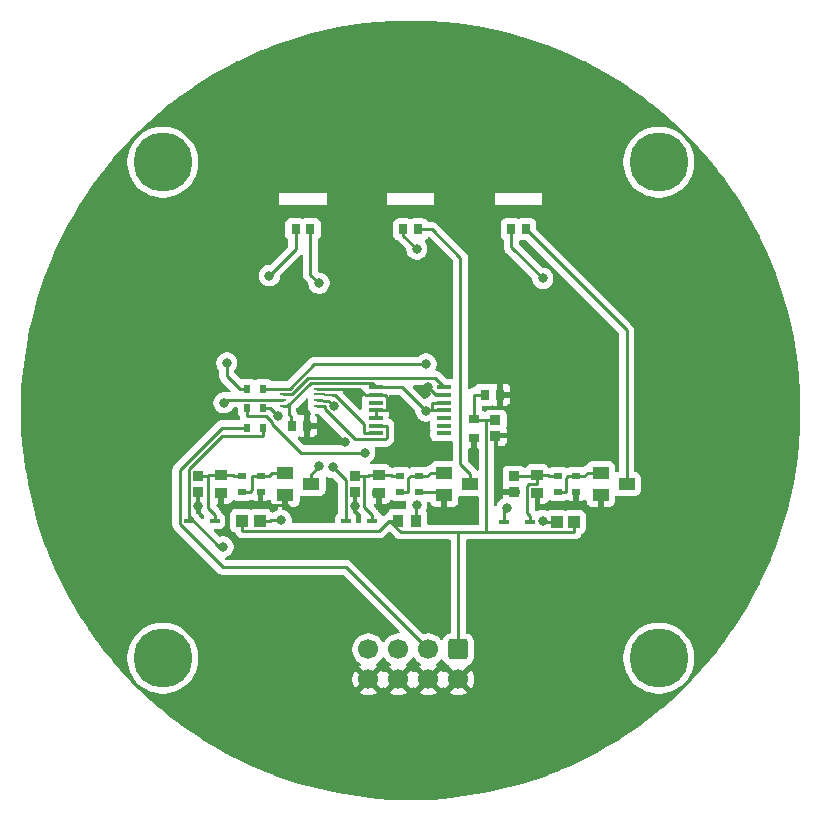
<source format=gbr>
%TF.GenerationSoftware,KiCad,Pcbnew,9.0.6*%
%TF.CreationDate,2026-02-10T13:29:08-08:00*%
%TF.ProjectId,LegEncoderBoard,4c656745-6e63-46f6-9465-72426f617264,rev?*%
%TF.SameCoordinates,Original*%
%TF.FileFunction,Copper,L1,Top*%
%TF.FilePolarity,Positive*%
%FSLAX46Y46*%
G04 Gerber Fmt 4.6, Leading zero omitted, Abs format (unit mm)*
G04 Created by KiCad (PCBNEW 9.0.6) date 2026-02-10 13:29:08*
%MOMM*%
%LPD*%
G01*
G04 APERTURE LIST*
G04 Aperture macros list*
%AMRoundRect*
0 Rectangle with rounded corners*
0 $1 Rounding radius*
0 $2 $3 $4 $5 $6 $7 $8 $9 X,Y pos of 4 corners*
0 Add a 4 corners polygon primitive as box body*
4,1,4,$2,$3,$4,$5,$6,$7,$8,$9,$2,$3,0*
0 Add four circle primitives for the rounded corners*
1,1,$1+$1,$2,$3*
1,1,$1+$1,$4,$5*
1,1,$1+$1,$6,$7*
1,1,$1+$1,$8,$9*
0 Add four rect primitives between the rounded corners*
20,1,$1+$1,$2,$3,$4,$5,0*
20,1,$1+$1,$4,$5,$6,$7,0*
20,1,$1+$1,$6,$7,$8,$9,0*
20,1,$1+$1,$8,$9,$2,$3,0*%
G04 Aperture macros list end*
%TA.AperFunction,SMDPad,CuDef*%
%ADD10R,0.889000X0.812800*%
%TD*%
%TA.AperFunction,ComponentPad*%
%ADD11C,5.000000*%
%TD*%
%TA.AperFunction,SMDPad,CuDef*%
%ADD12R,0.558800X0.762000*%
%TD*%
%TA.AperFunction,SMDPad,CuDef*%
%ADD13R,0.860000X0.980000*%
%TD*%
%TA.AperFunction,SMDPad,CuDef*%
%ADD14R,1.040000X1.020000*%
%TD*%
%TA.AperFunction,SMDPad,CuDef*%
%ADD15R,0.762000X0.558800*%
%TD*%
%TA.AperFunction,SMDPad,CuDef*%
%ADD16R,0.806400X0.350000*%
%TD*%
%TA.AperFunction,SMDPad,CuDef*%
%ADD17R,0.812800X0.711200*%
%TD*%
%TA.AperFunction,SMDPad,CuDef*%
%ADD18R,1.308100X0.355600*%
%TD*%
%TA.AperFunction,SMDPad,CuDef*%
%ADD19R,0.762000X0.863600*%
%TD*%
%TA.AperFunction,ComponentPad*%
%ADD20RoundRect,0.250000X-0.600000X0.600000X-0.600000X-0.600000X0.600000X-0.600000X0.600000X0.600000X0*%
%TD*%
%TA.AperFunction,ComponentPad*%
%ADD21C,1.700000*%
%TD*%
%TA.AperFunction,SMDPad,CuDef*%
%ADD22R,0.558800X0.203200*%
%TD*%
%TA.AperFunction,SMDPad,CuDef*%
%ADD23R,1.400000X1.000000*%
%TD*%
%TA.AperFunction,SMDPad,CuDef*%
%ADD24R,0.980000X0.860000*%
%TD*%
%TA.AperFunction,ViaPad*%
%ADD25C,0.800000*%
%TD*%
%TA.AperFunction,Conductor*%
%ADD26C,0.203000*%
%TD*%
%TA.AperFunction,Conductor*%
%ADD27C,0.250000*%
%TD*%
G04 APERTURE END LIST*
D10*
%TO.P,C6,1*%
%TO.N,GND*%
X155810500Y-111747700D03*
%TO.P,C6,2*%
%TO.N,/B_ENV*%
X155810500Y-110452300D03*
%TD*%
%TO.P,C5,1*%
%TO.N,GND*%
X129060500Y-111747700D03*
%TO.P,C5,2*%
%TO.N,/A_ENV*%
X129060500Y-110452300D03*
%TD*%
D11*
%TO.P,H2,1*%
%TO.N,N/C*%
X168083100Y-83858200D03*
%TD*%
D10*
%TO.P,C3,1*%
%TO.N,GND*%
X154250000Y-106997700D03*
%TO.P,C3,2*%
%TO.N,VIN*%
X154250000Y-105702300D03*
%TD*%
D12*
%TO.P,R14,1*%
%TO.N,/B_OUT*%
X133226900Y-103073500D03*
%TO.P,R14,2*%
%TO.N,B_BUF*%
X134573100Y-103073500D03*
%TD*%
D13*
%TO.P,R4,1*%
%TO.N,VIN*%
X146030500Y-114193100D03*
%TO.P,R4,2*%
%TO.N,/I_LED_ANODE*%
X147560500Y-114193100D03*
%TD*%
D14*
%TO.P,R9,1*%
%TO.N,VIN*%
X160895500Y-114331300D03*
%TO.P,R9,2*%
%TO.N,/B_LED_ANODE*%
X159425500Y-114331300D03*
%TD*%
D15*
%TO.P,R3,1*%
%TO.N,/A_BASE*%
X134355400Y-110426900D03*
%TO.P,R3,2*%
%TO.N,GND*%
X134355400Y-111773100D03*
%TD*%
D16*
%TO.P,CR3,1*%
%TO.N,/I_ENV*%
X143759700Y-114193100D03*
%TO.P,CR3,2*%
%TO.N,I_BUF*%
X141561300Y-114193100D03*
%TD*%
D17*
%TO.P,C2,1*%
%TO.N,VIN*%
X152450000Y-105599900D03*
%TO.P,C2,2*%
%TO.N,GND*%
X152450000Y-107200100D03*
%TD*%
D10*
%TO.P,C7,1*%
%TO.N,GND*%
X142360500Y-111747700D03*
%TO.P,C7,2*%
%TO.N,/I_ENV*%
X142360500Y-110452300D03*
%TD*%
D18*
%TO.P,U1,1,CSn*%
%TO.N,VIN*%
X144092250Y-102908199D03*
%TO.P,U1,2,CLK*%
%TO.N,GND*%
X144092250Y-103558200D03*
%TO.P,U1,3,MISO*%
%TO.N,unconnected-(U1-MISO-Pad3)*%
X144092250Y-104208201D03*
%TO.P,U1,4,MOSI*%
%TO.N,GND*%
X144092250Y-104858200D03*
%TO.P,U1,5,TEST*%
X144092250Y-105508199D03*
%TO.P,U1,6,B*%
%TO.N,A*%
X144092250Y-106158200D03*
%TO.P,U1,7,A*%
%TO.N,B*%
X144092250Y-106808199D03*
%TO.P,U1,8,W/PWM*%
%TO.N,unconnected-(U1-W{slash}PWM-Pad8)*%
X149896150Y-106808201D03*
%TO.P,U1,9,V*%
%TO.N,unconnected-(U1-V-Pad9)*%
X149896150Y-106158200D03*
%TO.P,U1,10,U*%
%TO.N,unconnected-(U1-U-Pad10)*%
X149896150Y-105508201D03*
%TO.P,U1,11,VDD*%
%TO.N,VIN*%
X149896150Y-104858200D03*
%TO.P,U1,12,VDD3V*%
X149896150Y-104208201D03*
%TO.P,U1,13,GND*%
%TO.N,GND*%
X149896150Y-103558200D03*
%TO.P,U1,14,I/PWM*%
%TO.N,I*%
X149896150Y-102908201D03*
%TD*%
D19*
%TO.P,C4,1*%
%TO.N,GND*%
X138295500Y-106173500D03*
%TO.P,C4,2*%
%TO.N,VIN*%
X137050900Y-106173500D03*
%TD*%
D11*
%TO.P,H1,1*%
%TO.N,N/C*%
X126083100Y-83858200D03*
%TD*%
D19*
%TO.P,C1,1*%
%TO.N,VIN*%
X153377700Y-103550000D03*
%TO.P,C1,2*%
%TO.N,GND*%
X154622300Y-103550000D03*
%TD*%
D20*
%TO.P,J1,1,Pin_1*%
%TO.N,VIN*%
X151100000Y-125105700D03*
D21*
%TO.P,J1,2,Pin_2*%
%TO.N,GND*%
X151100000Y-127645700D03*
%TO.P,J1,3,Pin_3*%
%TO.N,/A_OUT*%
X148560000Y-125105700D03*
%TO.P,J1,4,Pin_4*%
%TO.N,GND*%
X148560000Y-127645700D03*
%TO.P,J1,5,Pin_5*%
%TO.N,/B_OUT*%
X146020000Y-125105700D03*
%TO.P,J1,6,Pin_6*%
%TO.N,GND*%
X146020000Y-127645700D03*
%TO.P,J1,7,Pin_7*%
%TO.N,/I_OUT*%
X143480000Y-125105700D03*
%TO.P,J1,8,Pin_8*%
%TO.N,GND*%
X143480000Y-127645700D03*
%TD*%
D22*
%TO.P,U2,1,1A*%
%TO.N,A*%
X139173200Y-104523501D03*
%TO.P,U2,2,3Y*%
%TO.N,I_BUF*%
X139173200Y-104023500D03*
%TO.P,U2,3,2A*%
%TO.N,B*%
X139173200Y-103523500D03*
%TO.P,U2,4,GND*%
%TO.N,GND*%
X139173200Y-103023499D03*
%TO.P,U2,5,2Y*%
%TO.N,B_BUF*%
X136226800Y-103023499D03*
%TO.P,U2,6,3A*%
%TO.N,I*%
X136226800Y-103523500D03*
%TO.P,U2,7,1Y*%
%TO.N,A_BUF*%
X136226800Y-104023500D03*
%TO.P,U2,8,VCC*%
%TO.N,VIN*%
X136226800Y-104523501D03*
%TD*%
D23*
%TO.P,Q3,1,B*%
%TO.N,/I_BASE*%
X149910500Y-110150000D03*
%TO.P,Q3,2,E*%
%TO.N,GND*%
X149910500Y-112050000D03*
%TO.P,Q3,3,C*%
%TO.N,/I_LED_CATHODE*%
X152110500Y-111100000D03*
%TD*%
D19*
%TO.P,D3,1,K*%
%TO.N,/B_LED_CATHODE*%
X156822300Y-89548625D03*
%TO.P,D3,2,A*%
%TO.N,/B_LED_ANODE*%
X155577700Y-89548625D03*
%TD*%
%TO.P,D1,1,K*%
%TO.N,/I_LED_CATHODE*%
X147697300Y-89550000D03*
%TO.P,D1,2,A*%
%TO.N,/I_LED_ANODE*%
X146452700Y-89550000D03*
%TD*%
D12*
%TO.P,R15,1*%
%TO.N,/I_OUT*%
X133226900Y-104673500D03*
%TO.P,R15,2*%
%TO.N,I_BUF*%
X134573100Y-104673500D03*
%TD*%
D24*
%TO.P,R1,1*%
%TO.N,/A_ENV*%
X131038100Y-110335000D03*
%TO.P,R1,2*%
%TO.N,GND*%
X131038100Y-111865000D03*
%TD*%
D14*
%TO.P,R6,1*%
%TO.N,VIN*%
X132826300Y-114214100D03*
%TO.P,R6,2*%
%TO.N,/A_LED_ANODE*%
X134296300Y-114214100D03*
%TD*%
D12*
%TO.P,R13,1*%
%TO.N,/A_OUT*%
X133226900Y-106323500D03*
%TO.P,R13,2*%
%TO.N,A_BUF*%
X134573100Y-106323500D03*
%TD*%
D24*
%TO.P,R5,1*%
%TO.N,/B_ENV*%
X157775600Y-110335000D03*
%TO.P,R5,2*%
%TO.N,GND*%
X157775600Y-111865000D03*
%TD*%
D15*
%TO.P,R8,1*%
%TO.N,/B_BASE*%
X161067900Y-110426900D03*
%TO.P,R8,2*%
%TO.N,GND*%
X161067900Y-111773100D03*
%TD*%
D23*
%TO.P,Q1,1,B*%
%TO.N,/A_BASE*%
X136460500Y-110150000D03*
%TO.P,Q1,2,E*%
%TO.N,GND*%
X136460500Y-112050000D03*
%TO.P,Q1,3,C*%
%TO.N,/A_LED_CATHODE*%
X138660500Y-111100000D03*
%TD*%
D19*
%TO.P,D2,1,K*%
%TO.N,/A_LED_CATHODE*%
X138572300Y-89548625D03*
%TO.P,D2,2,A*%
%TO.N,/A_LED_ANODE*%
X137327700Y-89548625D03*
%TD*%
D16*
%TO.P,CR2,1*%
%TO.N,/B_ENV*%
X157209700Y-114331300D03*
%TO.P,CR2,2*%
%TO.N,B_BUF*%
X155011300Y-114331300D03*
%TD*%
D11*
%TO.P,H4,1*%
%TO.N,N/C*%
X168083100Y-125858200D03*
%TD*%
D15*
%TO.P,R2,1*%
%TO.N,/A_ENV*%
X132799900Y-110426900D03*
%TO.P,R2,2*%
%TO.N,/A_BASE*%
X132799900Y-111773100D03*
%TD*%
D11*
%TO.P,H3,1*%
%TO.N,N/C*%
X126083100Y-125858200D03*
%TD*%
D15*
%TO.P,R11,1*%
%TO.N,/I_ENV*%
X146174900Y-110426900D03*
%TO.P,R11,2*%
%TO.N,/I_BASE*%
X146174900Y-111773100D03*
%TD*%
%TO.P,R7,1*%
%TO.N,/B_ENV*%
X159524900Y-110426900D03*
%TO.P,R7,2*%
%TO.N,/B_BASE*%
X159524900Y-111773100D03*
%TD*%
D23*
%TO.P,Q2,1,B*%
%TO.N,/B_BASE*%
X163160500Y-110150000D03*
%TO.P,Q2,2,E*%
%TO.N,GND*%
X163160500Y-112050000D03*
%TO.P,Q2,3,C*%
%TO.N,/B_LED_CATHODE*%
X165360500Y-111100000D03*
%TD*%
D24*
%TO.P,R10,1*%
%TO.N,/I_ENV*%
X144375600Y-110335000D03*
%TO.P,R10,2*%
%TO.N,GND*%
X144375600Y-111865000D03*
%TD*%
D16*
%TO.P,CR1,1*%
%TO.N,/A_ENV*%
X130460500Y-114214100D03*
%TO.P,CR1,2*%
%TO.N,A_BUF*%
X128262100Y-114214100D03*
%TD*%
D15*
%TO.P,R12,1*%
%TO.N,/I_BASE*%
X147767900Y-110426900D03*
%TO.P,R12,2*%
%TO.N,GND*%
X147767900Y-111773100D03*
%TD*%
D25*
%TO.N,VIN*%
X148369400Y-104919000D03*
%TO.N,GND*%
X149450000Y-113900000D03*
X148550000Y-102900000D03*
X133550000Y-112850000D03*
X152400000Y-114100000D03*
X129050000Y-113000000D03*
X141500000Y-107550000D03*
X142350000Y-112950000D03*
X152400000Y-116450000D03*
X137900000Y-119350000D03*
X145850000Y-104250000D03*
X152400000Y-108550000D03*
X144700000Y-113250000D03*
X137350000Y-113600000D03*
%TO.N,A_BUF*%
X131170400Y-116423300D03*
X131267600Y-104227300D03*
%TO.N,B_BUF*%
X155205200Y-113155200D03*
X148361600Y-100948000D03*
%TO.N,I_BUF*%
X140569100Y-104523500D03*
X140462500Y-109703300D03*
X135835400Y-105331200D03*
%TO.N,/I_LED_ANODE*%
X147589800Y-91211300D03*
X147589800Y-112877800D03*
%TO.N,/A_LED_ANODE*%
X136079200Y-114148300D03*
X135108700Y-93462400D03*
%TO.N,/A_LED_CATHODE*%
X139289000Y-109583600D03*
X139300000Y-94100000D03*
%TO.N,/B_LED_ANODE*%
X158259200Y-93700000D03*
X158259200Y-114206900D03*
%TO.N,/B_OUT*%
X131501000Y-100854700D03*
%TO.N,/I_OUT*%
X143183000Y-108445500D03*
%TD*%
D26*
%TO.N,B*%
X139173200Y-103523500D02*
X139755800Y-103523500D01*
D27*
X143111600Y-106808200D02*
X143111600Y-106038300D01*
X144092300Y-106808200D02*
X143111600Y-106808200D01*
D26*
X140408600Y-103573300D02*
X139805600Y-103573300D01*
D27*
X140646600Y-103573300D02*
X140408600Y-103573300D01*
D26*
X139805600Y-103573300D02*
X139755800Y-103523500D01*
D27*
X143111600Y-106038300D02*
X140646600Y-103573300D01*
%TO.N,VIN*%
X154250000Y-105702300D02*
X153478800Y-105702300D01*
X136903200Y-105777600D02*
X136903200Y-106173500D01*
X149896200Y-104208200D02*
X148915500Y-104208200D01*
X152450000Y-105650000D02*
X153426500Y-105650000D01*
X151100000Y-115168000D02*
X146248700Y-115168000D01*
X148369400Y-104919000D02*
X148430200Y-104858200D01*
X146248700Y-115168000D02*
X145273800Y-114193100D01*
X143756550Y-102572499D02*
X144092250Y-102908199D01*
X136903200Y-105381800D02*
X136745400Y-105224000D01*
X136226800Y-104523500D02*
X136745400Y-104523500D01*
X138591200Y-102572499D02*
X143756550Y-102572499D01*
X144092250Y-102908199D02*
X146358599Y-102908199D01*
X152450000Y-105650000D02*
X152450000Y-103550000D01*
X151100000Y-125105700D02*
X151100000Y-115168000D01*
X136640198Y-104523501D02*
X138591200Y-102572499D01*
X153478800Y-115168000D02*
X151100000Y-115168000D01*
X153426500Y-105650000D02*
X153478800Y-105702300D01*
X149896200Y-104858200D02*
X148915500Y-104858200D01*
X148430200Y-104858200D02*
X148915500Y-104858200D01*
X132826300Y-114214100D02*
X132826300Y-115050800D01*
X136903200Y-105777600D02*
X136903200Y-105381800D01*
X153478800Y-115168000D02*
X153478800Y-105702300D01*
X132826300Y-115050800D02*
X144416100Y-115050800D01*
X136745400Y-105224000D02*
X136745400Y-104523500D01*
X146358599Y-102908199D02*
X148369400Y-104919000D01*
X160895500Y-115168000D02*
X153478800Y-115168000D01*
X136226800Y-104523501D02*
X136640198Y-104523501D01*
X144416100Y-115050800D02*
X145273800Y-114193100D01*
X160895500Y-114331300D02*
X160895500Y-115168000D01*
X146030500Y-114193100D02*
X145273800Y-114193100D01*
X148915500Y-104858200D02*
X148915500Y-104208200D01*
X152450000Y-103550000D02*
X153377700Y-103550000D01*
%TO.N,A*%
X139173200Y-104523500D02*
X139779300Y-104523500D01*
X139779300Y-104523500D02*
X139779300Y-104761300D01*
X144937300Y-107320900D02*
X145073100Y-107185100D01*
X142338900Y-107320900D02*
X144937300Y-107320900D01*
X139779300Y-104761300D02*
X142338900Y-107320900D01*
X145073100Y-107185100D02*
X145073100Y-106158200D01*
X144092300Y-106158200D02*
X145073100Y-106158200D01*
%TO.N,I*%
X137002389Y-103523500D02*
X138404390Y-102121499D01*
X149109448Y-102121499D02*
X149896150Y-102908201D01*
X136226800Y-103523500D02*
X137002389Y-103523500D01*
X138404390Y-102121499D02*
X149109448Y-102121499D01*
%TO.N,GND*%
X149633600Y-111773100D02*
X149910500Y-112050000D01*
X145072300Y-104712001D02*
X144926101Y-104858200D01*
X142723700Y-103023499D02*
X143258401Y-103558200D01*
X143258401Y-103558200D02*
X144092250Y-103558200D01*
X133550000Y-112850000D02*
X136600000Y-112850000D01*
X149208200Y-103558200D02*
X149896150Y-103558200D01*
X144092250Y-103558200D02*
X144926099Y-103558200D01*
X136600000Y-112850000D02*
X137350000Y-113600000D01*
X144926099Y-103558200D02*
X145072300Y-103704401D01*
X148550000Y-102900000D02*
X149208200Y-103558200D01*
X144926101Y-104858200D02*
X144092250Y-104858200D01*
X147767900Y-111773100D02*
X149633600Y-111773100D01*
X145072300Y-103704401D02*
X145072300Y-104712001D01*
X139173200Y-103023499D02*
X142723700Y-103023499D01*
X144092250Y-104858200D02*
X144092250Y-105508199D01*
%TO.N,/A_ENV*%
X130460500Y-113712400D02*
X129876700Y-113128600D01*
X129876700Y-110452300D02*
X129831700Y-110452300D01*
X132000300Y-110335000D02*
X132092200Y-110426900D01*
X129060500Y-110452300D02*
X129831700Y-110452300D01*
X129876700Y-113128600D02*
X129876700Y-110452300D01*
X129994000Y-110335000D02*
X131038100Y-110335000D01*
X132799900Y-110426900D02*
X132092200Y-110426900D01*
X129876700Y-110452300D02*
X129994000Y-110335000D01*
X131038100Y-110335000D02*
X132000300Y-110335000D01*
X130460500Y-114214100D02*
X130460500Y-113712400D01*
%TO.N,/B_ENV*%
X159524900Y-110426900D02*
X158817200Y-110426900D01*
X157209700Y-114331300D02*
X157209700Y-113829600D01*
X157209700Y-113829600D02*
X156958900Y-113578800D01*
X157775600Y-110431900D02*
X157775600Y-111091700D01*
X155810500Y-110452300D02*
X156581700Y-110452300D01*
X156602100Y-110431900D02*
X157775600Y-110431900D01*
X158725300Y-110335000D02*
X157775600Y-110335000D01*
X156958900Y-111246300D02*
X157113500Y-111091700D01*
X156958900Y-113578800D02*
X156958900Y-111246300D01*
X158817200Y-110426900D02*
X158725300Y-110335000D01*
X157113500Y-111091700D02*
X157775600Y-111091700D01*
X157775600Y-110335000D02*
X157775600Y-110431900D01*
X156581700Y-110452300D02*
X156602100Y-110431900D01*
%TO.N,/I_ENV*%
X145467200Y-110426900D02*
X145375300Y-110335000D01*
X143759700Y-114193100D02*
X143759700Y-113691400D01*
X143759700Y-113691400D02*
X143131700Y-113063400D01*
X145375300Y-110335000D02*
X144375600Y-110335000D01*
X146174900Y-110426900D02*
X145467200Y-110426900D01*
X143131700Y-110452300D02*
X143441600Y-110452300D01*
X142360500Y-110452300D02*
X143131700Y-110452300D01*
X143131700Y-113063400D02*
X143131700Y-110452300D01*
X143441600Y-110452300D02*
X143558900Y-110335000D01*
X144375600Y-110335000D02*
X143558900Y-110335000D01*
%TO.N,A_BUF*%
X131086800Y-107031200D02*
X128262100Y-109855900D01*
X135067900Y-104023500D02*
X136226800Y-104023500D01*
X128262100Y-109855900D02*
X128262100Y-113835900D01*
X131529100Y-103965800D02*
X135010200Y-103965800D01*
X134573100Y-106323500D02*
X134573100Y-107031200D01*
X135010200Y-103965800D02*
X135067900Y-104023500D01*
X130849500Y-116423300D02*
X131170400Y-116423300D01*
X128262100Y-114214100D02*
X128262100Y-113835900D01*
X128262100Y-113835900D02*
X130849500Y-116423300D01*
X134573100Y-107031200D02*
X131086800Y-107031200D01*
X131267600Y-104227300D02*
X131529100Y-103965800D01*
%TO.N,B_BUF*%
X135179200Y-103073500D02*
X135229200Y-103023500D01*
X148361600Y-100948000D02*
X138908400Y-100948000D01*
X155011300Y-113349100D02*
X155205200Y-113155200D01*
X135229200Y-103023500D02*
X136226800Y-103023500D01*
X155011300Y-114331300D02*
X155011300Y-113349100D01*
X138908400Y-100948000D02*
X136832900Y-103023500D01*
X134573100Y-103073500D02*
X135179200Y-103073500D01*
X136226800Y-103023500D02*
X136832900Y-103023500D01*
%TO.N,I_BUF*%
X140082200Y-104036600D02*
X139610200Y-104036600D01*
X134573100Y-104673500D02*
X135179200Y-104673500D01*
X140569100Y-104523500D02*
X140082200Y-104036600D01*
X141561300Y-114193100D02*
X141561300Y-110802100D01*
X141561300Y-110802100D02*
X140462500Y-109703300D01*
D26*
X139536800Y-104036600D02*
X139523700Y-104023500D01*
D27*
X139523700Y-104023500D02*
X139173200Y-104023500D01*
D26*
X139610200Y-104036600D02*
X139536800Y-104036600D01*
D27*
X135179200Y-104675000D02*
X135179200Y-104673500D01*
X135835400Y-105331200D02*
X135179200Y-104675000D01*
%TO.N,/I_LED_ANODE*%
X147589800Y-112877800D02*
X147560500Y-112907100D01*
X146452700Y-89550000D02*
X146452700Y-90074200D01*
X147560500Y-112907100D02*
X147560500Y-114193100D01*
X146452700Y-90074200D02*
X147589800Y-91211300D01*
%TO.N,/I_LED_CATHODE*%
X151283800Y-91933800D02*
X148900000Y-89550000D01*
X152110500Y-111100000D02*
X152110500Y-110273300D01*
X151283800Y-109446600D02*
X151283800Y-91933800D01*
X152110500Y-110273300D02*
X151283800Y-109446600D01*
X148900000Y-89550000D02*
X147697300Y-89550000D01*
%TO.N,/A_LED_ANODE*%
X134296300Y-114214100D02*
X135143000Y-114214100D01*
X137186725Y-89689600D02*
X137327700Y-89548625D01*
X135208800Y-114148300D02*
X135143000Y-114214100D01*
X136079200Y-114148300D02*
X135208800Y-114148300D01*
X137327700Y-89548625D02*
X137327700Y-91222300D01*
X137327700Y-91222300D02*
X135100000Y-93450000D01*
%TO.N,/A_LED_CATHODE*%
X138660500Y-110273300D02*
X139289000Y-109644800D01*
X138572300Y-89548625D02*
X138572300Y-93372300D01*
X138660500Y-111100000D02*
X138660500Y-110273300D01*
X138572300Y-93372300D02*
X139300000Y-94100000D01*
X139289000Y-109644800D02*
X139289000Y-109583600D01*
%TO.N,/B_LED_ANODE*%
X159425500Y-114331300D02*
X158578800Y-114331300D01*
X155577700Y-89548625D02*
X155577700Y-91018500D01*
X158454400Y-114206900D02*
X158578800Y-114331300D01*
X155577700Y-91018500D02*
X158259200Y-93700000D01*
X158259200Y-114206900D02*
X158454400Y-114206900D01*
%TO.N,/B_LED_CATHODE*%
X156822300Y-89548625D02*
X165360500Y-98086825D01*
X165360500Y-98086825D02*
X165360500Y-111100000D01*
%TO.N,/A_BASE*%
X135340000Y-110150000D02*
X135063100Y-110426900D01*
X133647700Y-110426900D02*
X133647700Y-111633000D01*
X134355400Y-110426900D02*
X133647700Y-110426900D01*
X132799900Y-111773100D02*
X133507600Y-111773100D01*
X136460500Y-110150000D02*
X135340000Y-110150000D01*
X133647700Y-111633000D02*
X133507600Y-111773100D01*
X134355400Y-110426900D02*
X135063100Y-110426900D01*
%TO.N,/B_BASE*%
X160232600Y-110554500D02*
X160360200Y-110426900D01*
X160232600Y-111773100D02*
X160232600Y-110554500D01*
X161067900Y-110426900D02*
X161775600Y-110426900D01*
X163160500Y-110150000D02*
X162052500Y-110150000D01*
X162052500Y-110150000D02*
X161775600Y-110426900D01*
X159524900Y-111773100D02*
X160232600Y-111773100D01*
X161067900Y-110426900D02*
X160360200Y-110426900D01*
%TO.N,/I_BASE*%
X148752500Y-110150000D02*
X148475600Y-110426900D01*
X146882600Y-110604500D02*
X147060200Y-110426900D01*
X147767900Y-110426900D02*
X147060200Y-110426900D01*
X149910500Y-110150000D02*
X148752500Y-110150000D01*
X147767900Y-110426900D02*
X148475600Y-110426900D01*
X146174900Y-111773100D02*
X146882600Y-111773100D01*
X146882600Y-111773100D02*
X146882600Y-110604500D01*
%TO.N,/A_OUT*%
X141616800Y-118162500D02*
X131169800Y-118162500D01*
X127524100Y-114516800D02*
X127524100Y-109906700D01*
X131107300Y-106323500D02*
X133226900Y-106323500D01*
X127524100Y-109906700D02*
X131107300Y-106323500D01*
X131169800Y-118162500D02*
X127524100Y-114516800D01*
X148560000Y-125105700D02*
X141616800Y-118162500D01*
%TO.N,/B_OUT*%
X131501000Y-100854700D02*
X131501000Y-101953700D01*
X133226900Y-103073500D02*
X132620800Y-103073500D01*
X131501000Y-101953700D02*
X132620800Y-103073500D01*
%TO.N,/I_OUT*%
X135367500Y-106012700D02*
X137800300Y-108445500D01*
X133226900Y-105381200D02*
X134857800Y-105381200D01*
X135367500Y-105890900D02*
X135367500Y-106012700D01*
X134857800Y-105381200D02*
X135367500Y-105890900D01*
X137800300Y-108445500D02*
X143183000Y-108445500D01*
X133226900Y-104673500D02*
X133226900Y-105381200D01*
%TD*%
%TA.AperFunction,Conductor*%
%TO.N,GND*%
G36*
X144821444Y-125759699D02*
G01*
X144860486Y-125804756D01*
X144864951Y-125813520D01*
X144989890Y-125985486D01*
X145140213Y-126135809D01*
X145312179Y-126260748D01*
X145312181Y-126260749D01*
X145312184Y-126260751D01*
X145321493Y-126265494D01*
X145372290Y-126313466D01*
X145389087Y-126381287D01*
X145366552Y-126447422D01*
X145321505Y-126486460D01*
X145312446Y-126491076D01*
X145312440Y-126491080D01*
X145258282Y-126530427D01*
X145258282Y-126530428D01*
X145890591Y-127162737D01*
X145827007Y-127179775D01*
X145712993Y-127245601D01*
X145619901Y-127338693D01*
X145554075Y-127452707D01*
X145537037Y-127516291D01*
X144904728Y-126883982D01*
X144904727Y-126883982D01*
X144865380Y-126938140D01*
X144860483Y-126947751D01*
X144812506Y-126998545D01*
X144744684Y-127015338D01*
X144678550Y-126992798D01*
X144639516Y-126947748D01*
X144634626Y-126938152D01*
X144595270Y-126883982D01*
X144595269Y-126883982D01*
X143962962Y-127516290D01*
X143945925Y-127452707D01*
X143880099Y-127338693D01*
X143787007Y-127245601D01*
X143672993Y-127179775D01*
X143609409Y-127162737D01*
X144241716Y-126530428D01*
X144187547Y-126491073D01*
X144187547Y-126491072D01*
X144178500Y-126486463D01*
X144127706Y-126438488D01*
X144110912Y-126370666D01*
X144133451Y-126304532D01*
X144178508Y-126265493D01*
X144187816Y-126260751D01*
X144276515Y-126196308D01*
X144359786Y-126135809D01*
X144359788Y-126135806D01*
X144359792Y-126135804D01*
X144510104Y-125985492D01*
X144510106Y-125985488D01*
X144510109Y-125985486D01*
X144635048Y-125813520D01*
X144635047Y-125813520D01*
X144635051Y-125813516D01*
X144639514Y-125804754D01*
X144687488Y-125753959D01*
X144755308Y-125737163D01*
X144821444Y-125759699D01*
G37*
%TD.AperFunction*%
%TA.AperFunction,Conductor*%
G36*
X147361444Y-125759699D02*
G01*
X147400486Y-125804756D01*
X147404951Y-125813520D01*
X147529890Y-125985486D01*
X147680213Y-126135809D01*
X147852179Y-126260748D01*
X147852181Y-126260749D01*
X147852184Y-126260751D01*
X147861493Y-126265494D01*
X147912290Y-126313466D01*
X147929087Y-126381287D01*
X147906552Y-126447422D01*
X147861505Y-126486460D01*
X147852446Y-126491076D01*
X147852440Y-126491080D01*
X147798282Y-126530427D01*
X147798282Y-126530428D01*
X148430591Y-127162737D01*
X148367007Y-127179775D01*
X148252993Y-127245601D01*
X148159901Y-127338693D01*
X148094075Y-127452707D01*
X148077037Y-127516291D01*
X147444728Y-126883982D01*
X147444727Y-126883982D01*
X147405380Y-126938140D01*
X147400483Y-126947751D01*
X147352506Y-126998545D01*
X147284684Y-127015338D01*
X147218550Y-126992798D01*
X147179516Y-126947748D01*
X147174626Y-126938152D01*
X147135270Y-126883982D01*
X147135269Y-126883982D01*
X146502962Y-127516290D01*
X146485925Y-127452707D01*
X146420099Y-127338693D01*
X146327007Y-127245601D01*
X146212993Y-127179775D01*
X146149409Y-127162737D01*
X146781716Y-126530428D01*
X146727547Y-126491073D01*
X146727547Y-126491072D01*
X146718500Y-126486463D01*
X146667706Y-126438488D01*
X146650912Y-126370666D01*
X146673451Y-126304532D01*
X146718508Y-126265493D01*
X146727816Y-126260751D01*
X146816515Y-126196308D01*
X146899786Y-126135809D01*
X146899788Y-126135806D01*
X146899792Y-126135804D01*
X147050104Y-125985492D01*
X147050106Y-125985488D01*
X147050109Y-125985486D01*
X147175048Y-125813520D01*
X147175047Y-125813520D01*
X147175051Y-125813516D01*
X147179514Y-125804754D01*
X147227488Y-125753959D01*
X147295308Y-125737163D01*
X147361444Y-125759699D01*
G37*
%TD.AperFunction*%
%TA.AperFunction,Conductor*%
G36*
X149780397Y-125964551D02*
G01*
X149811686Y-126014472D01*
X149815184Y-126025029D01*
X149815187Y-126025036D01*
X149850069Y-126081588D01*
X149907288Y-126174356D01*
X150031344Y-126298412D01*
X150180666Y-126390514D01*
X150252770Y-126414407D01*
X150310214Y-126454178D01*
X150337038Y-126518694D01*
X150337197Y-126529343D01*
X150970591Y-127162737D01*
X150907007Y-127179775D01*
X150792993Y-127245601D01*
X150699901Y-127338693D01*
X150634075Y-127452707D01*
X150617037Y-127516291D01*
X149984728Y-126883982D01*
X149984727Y-126883982D01*
X149945380Y-126938140D01*
X149940483Y-126947751D01*
X149892506Y-126998545D01*
X149824684Y-127015338D01*
X149758550Y-126992798D01*
X149719516Y-126947748D01*
X149714626Y-126938152D01*
X149675270Y-126883982D01*
X149675269Y-126883982D01*
X149042962Y-127516290D01*
X149025925Y-127452707D01*
X148960099Y-127338693D01*
X148867007Y-127245601D01*
X148752993Y-127179775D01*
X148689409Y-127162737D01*
X149321716Y-126530428D01*
X149267547Y-126491073D01*
X149267547Y-126491072D01*
X149258500Y-126486463D01*
X149207706Y-126438488D01*
X149190912Y-126370666D01*
X149213451Y-126304532D01*
X149258508Y-126265493D01*
X149267816Y-126260751D01*
X149356515Y-126196308D01*
X149439786Y-126135809D01*
X149439788Y-126135806D01*
X149439792Y-126135804D01*
X149590104Y-125985492D01*
X149593660Y-125980596D01*
X149648987Y-125937930D01*
X149718600Y-125931948D01*
X149780397Y-125964551D01*
G37*
%TD.AperFunction*%
%TA.AperFunction,Conductor*%
G36*
X130981139Y-111634685D02*
G01*
X131026894Y-111687489D01*
X131038100Y-111739000D01*
X131038100Y-111865000D01*
X131164100Y-111865000D01*
X131231139Y-111884685D01*
X131276894Y-111937489D01*
X131288100Y-111989000D01*
X131288100Y-112795000D01*
X131575928Y-112795000D01*
X131575944Y-112794999D01*
X131635472Y-112788598D01*
X131635479Y-112788596D01*
X131770186Y-112738354D01*
X131770193Y-112738350D01*
X131885287Y-112652190D01*
X131885290Y-112652187D01*
X131971450Y-112537093D01*
X131975704Y-112529304D01*
X131977699Y-112530393D01*
X132012087Y-112484444D01*
X132077548Y-112460017D01*
X132145823Y-112474859D01*
X132160725Y-112484435D01*
X132176567Y-112496295D01*
X132176571Y-112496297D01*
X132311417Y-112546591D01*
X132311416Y-112546591D01*
X132318344Y-112547335D01*
X132371027Y-112553000D01*
X133228772Y-112552999D01*
X133288383Y-112546591D01*
X133423231Y-112496296D01*
X133503755Y-112436015D01*
X133569219Y-112411598D01*
X133637492Y-112426449D01*
X133652377Y-112436015D01*
X133732310Y-112495852D01*
X133732313Y-112495854D01*
X133867020Y-112546096D01*
X133867027Y-112546098D01*
X133926555Y-112552499D01*
X133926572Y-112552500D01*
X134105400Y-112552500D01*
X134105400Y-112110412D01*
X134121362Y-112049553D01*
X134128616Y-112036674D01*
X134133558Y-112031733D01*
X134202011Y-111929286D01*
X134237856Y-111842748D01*
X134241522Y-111836241D01*
X134261416Y-111816865D01*
X134278840Y-111795244D01*
X134286096Y-111792828D01*
X134291575Y-111787493D01*
X134318783Y-111781949D01*
X134345134Y-111773179D01*
X134349560Y-111773100D01*
X134481400Y-111773100D01*
X134548439Y-111792785D01*
X134594194Y-111845589D01*
X134605400Y-111897100D01*
X134605400Y-112552500D01*
X134784228Y-112552500D01*
X134784244Y-112552499D01*
X134843772Y-112546098D01*
X134843779Y-112546096D01*
X134978486Y-112495854D01*
X134978489Y-112495852D01*
X135062188Y-112433195D01*
X135127652Y-112408777D01*
X135195925Y-112423628D01*
X135245331Y-112473033D01*
X135260500Y-112532461D01*
X135260500Y-112597844D01*
X135266901Y-112657372D01*
X135266903Y-112657379D01*
X135317145Y-112792086D01*
X135317149Y-112792093D01*
X135403309Y-112907187D01*
X135403312Y-112907190D01*
X135518406Y-112993350D01*
X135518413Y-112993354D01*
X135653120Y-113043596D01*
X135653127Y-113043598D01*
X135712655Y-113049999D01*
X135712672Y-113050000D01*
X135754223Y-113050000D01*
X135821262Y-113069685D01*
X135867017Y-113122489D01*
X135876961Y-113191647D01*
X135847936Y-113255203D01*
X135801675Y-113288560D01*
X135786844Y-113294704D01*
X135652658Y-113350283D01*
X135652646Y-113350290D01*
X135505165Y-113448835D01*
X135505161Y-113448838D01*
X135467521Y-113486480D01*
X135440590Y-113501185D01*
X135414774Y-113517777D01*
X135408575Y-113518668D01*
X135406199Y-113519966D01*
X135379839Y-113522800D01*
X135366994Y-113522800D01*
X135299955Y-113503115D01*
X135266979Y-113467695D01*
X135265412Y-113468869D01*
X135173847Y-113346555D01*
X135173844Y-113346552D01*
X135058635Y-113260306D01*
X135058628Y-113260302D01*
X134923782Y-113210008D01*
X134923783Y-113210008D01*
X134864183Y-113203601D01*
X134864181Y-113203600D01*
X134864173Y-113203600D01*
X134864164Y-113203600D01*
X133728429Y-113203600D01*
X133728423Y-113203601D01*
X133668814Y-113210009D01*
X133604632Y-113233947D01*
X133534940Y-113238931D01*
X133517968Y-113233947D01*
X133453785Y-113210009D01*
X133453783Y-113210008D01*
X133394183Y-113203601D01*
X133394181Y-113203600D01*
X133394173Y-113203600D01*
X133394164Y-113203600D01*
X132258429Y-113203600D01*
X132258423Y-113203601D01*
X132198816Y-113210008D01*
X132063971Y-113260302D01*
X132063964Y-113260306D01*
X131948755Y-113346552D01*
X131948752Y-113346555D01*
X131862506Y-113461764D01*
X131862502Y-113461771D01*
X131812208Y-113596617D01*
X131805801Y-113656216D01*
X131805800Y-113656235D01*
X131805800Y-114771970D01*
X131805801Y-114771976D01*
X131812208Y-114831583D01*
X131862502Y-114966428D01*
X131862506Y-114966435D01*
X131948752Y-115081644D01*
X131948755Y-115081647D01*
X132063964Y-115167893D01*
X132063971Y-115167897D01*
X132171640Y-115208055D01*
X132227574Y-115249926D01*
X132242868Y-115276783D01*
X132246312Y-115285097D01*
X132268880Y-115339581D01*
X132271989Y-115347085D01*
X132271992Y-115347092D01*
X132340441Y-115449532D01*
X132340444Y-115449536D01*
X132427563Y-115536655D01*
X132427567Y-115536658D01*
X132530007Y-115605107D01*
X132530011Y-115605109D01*
X132530014Y-115605111D01*
X132643848Y-115652263D01*
X132764689Y-115676299D01*
X132764693Y-115676300D01*
X132764694Y-115676300D01*
X144477707Y-115676300D01*
X144538129Y-115664281D01*
X144598552Y-115652263D01*
X144631892Y-115638452D01*
X144712386Y-115605112D01*
X144763609Y-115570884D01*
X144814833Y-115536658D01*
X144901958Y-115449533D01*
X144901959Y-115449531D01*
X144909025Y-115442465D01*
X144909027Y-115442461D01*
X145186121Y-115165367D01*
X145247441Y-115131885D01*
X145317133Y-115136869D01*
X145361480Y-115165370D01*
X145762839Y-115566729D01*
X145762842Y-115566733D01*
X145849967Y-115653858D01*
X145926890Y-115705256D01*
X145932690Y-115709132D01*
X145932693Y-115709134D01*
X145952410Y-115722309D01*
X145952413Y-115722311D01*
X145952415Y-115722312D01*
X146018583Y-115749719D01*
X146018584Y-115749720D01*
X146018585Y-115749720D01*
X146066248Y-115769463D01*
X146126671Y-115781481D01*
X146187093Y-115793500D01*
X146187094Y-115793500D01*
X150350500Y-115793500D01*
X150417539Y-115813185D01*
X150463294Y-115865989D01*
X150474500Y-115917500D01*
X150474500Y-123640718D01*
X150454815Y-123707757D01*
X150402011Y-123753512D01*
X150363107Y-123764076D01*
X150347200Y-123765701D01*
X150180668Y-123820885D01*
X150180663Y-123820887D01*
X150031342Y-123912989D01*
X149907289Y-124037042D01*
X149815187Y-124186363D01*
X149815183Y-124186373D01*
X149811685Y-124196929D01*
X149771910Y-124254372D01*
X149707393Y-124281193D01*
X149638618Y-124268874D01*
X149593663Y-124230806D01*
X149590105Y-124225909D01*
X149439786Y-124075590D01*
X149267820Y-123950651D01*
X149078414Y-123854144D01*
X149078413Y-123854143D01*
X149078412Y-123854143D01*
X148876243Y-123788454D01*
X148876241Y-123788453D01*
X148876240Y-123788453D01*
X148714957Y-123762908D01*
X148666287Y-123755200D01*
X148453713Y-123755200D01*
X148411721Y-123761850D01*
X148243753Y-123788454D01*
X148228160Y-123793521D01*
X148158319Y-123795516D01*
X148102162Y-123763271D01*
X142112622Y-117773732D01*
X142102659Y-117763769D01*
X142102658Y-117763767D01*
X142015533Y-117676642D01*
X141964309Y-117642415D01*
X141913086Y-117608188D01*
X141913083Y-117608186D01*
X141913080Y-117608185D01*
X141839403Y-117577668D01*
X141839401Y-117577667D01*
X141832592Y-117574847D01*
X141799252Y-117561037D01*
X141738829Y-117549018D01*
X141734106Y-117548078D01*
X141734104Y-117548078D01*
X141678410Y-117537000D01*
X141678407Y-117537000D01*
X141678406Y-117537000D01*
X131480253Y-117537000D01*
X131450812Y-117528355D01*
X131420826Y-117521832D01*
X131415810Y-117518077D01*
X131413214Y-117517315D01*
X131392572Y-117500681D01*
X131386019Y-117494128D01*
X131352534Y-117432805D01*
X131357518Y-117363113D01*
X131399390Y-117307180D01*
X131427937Y-117292730D01*
X131427438Y-117291525D01*
X131596940Y-117221316D01*
X131596940Y-117221315D01*
X131596947Y-117221313D01*
X131744435Y-117122764D01*
X131869864Y-116997335D01*
X131968413Y-116849847D01*
X132036294Y-116685966D01*
X132070900Y-116511991D01*
X132070900Y-116334609D01*
X132070900Y-116334606D01*
X132070899Y-116334604D01*
X132036296Y-116160641D01*
X132036293Y-116160632D01*
X131968416Y-115996759D01*
X131968409Y-115996746D01*
X131869864Y-115849265D01*
X131869861Y-115849261D01*
X131744438Y-115723838D01*
X131744434Y-115723835D01*
X131596953Y-115625290D01*
X131596940Y-115625283D01*
X131433067Y-115557406D01*
X131433058Y-115557403D01*
X131259094Y-115522800D01*
X131259091Y-115522800D01*
X131081709Y-115522800D01*
X131081707Y-115522800D01*
X130939762Y-115551035D01*
X130870170Y-115544808D01*
X130827889Y-115517099D01*
X130412070Y-115101280D01*
X130378585Y-115039957D01*
X130383569Y-114970265D01*
X130425441Y-114914332D01*
X130490905Y-114889915D01*
X130499751Y-114889599D01*
X130911571Y-114889599D01*
X130911572Y-114889599D01*
X130971183Y-114883191D01*
X131106031Y-114832896D01*
X131221246Y-114746646D01*
X131307496Y-114631431D01*
X131357791Y-114496583D01*
X131364200Y-114436973D01*
X131364199Y-113991228D01*
X131357791Y-113931617D01*
X131354909Y-113923891D01*
X131307497Y-113796771D01*
X131307493Y-113796764D01*
X131221247Y-113681555D01*
X131221244Y-113681552D01*
X131107213Y-113596188D01*
X131096887Y-113582758D01*
X131084199Y-113573759D01*
X131071969Y-113550347D01*
X131066494Y-113543226D01*
X131062758Y-113533945D01*
X131061963Y-113529948D01*
X131033308Y-113460769D01*
X131028366Y-113448838D01*
X131014814Y-113416119D01*
X131014809Y-113416110D01*
X130997757Y-113390591D01*
X130997756Y-113390590D01*
X130946358Y-113313667D01*
X130946356Y-113313664D01*
X130856137Y-113223445D01*
X130856106Y-113223416D01*
X130639371Y-113006681D01*
X130605886Y-112945358D01*
X130610870Y-112875666D01*
X130652742Y-112819733D01*
X130718206Y-112795316D01*
X130727052Y-112795000D01*
X130788100Y-112795000D01*
X130788100Y-112115000D01*
X130626200Y-112115000D01*
X130559161Y-112095315D01*
X130513406Y-112042511D01*
X130502200Y-111991000D01*
X130502200Y-111739000D01*
X130521885Y-111671961D01*
X130574689Y-111626206D01*
X130626200Y-111615000D01*
X130914100Y-111615000D01*
X130981139Y-111634685D01*
G37*
%TD.AperFunction*%
%TA.AperFunction,Conductor*%
G36*
X150103539Y-112069685D02*
G01*
X150149294Y-112122489D01*
X150160500Y-112174000D01*
X150160500Y-113050000D01*
X150658328Y-113050000D01*
X150658344Y-113049999D01*
X150717872Y-113043598D01*
X150717879Y-113043596D01*
X150852586Y-112993354D01*
X150852593Y-112993350D01*
X150967687Y-112907190D01*
X150967690Y-112907187D01*
X151053850Y-112792093D01*
X151053854Y-112792086D01*
X151104096Y-112657379D01*
X151104098Y-112657372D01*
X151110499Y-112597844D01*
X151110500Y-112597827D01*
X151110500Y-112200880D01*
X151130185Y-112133841D01*
X151182989Y-112088086D01*
X151252147Y-112078142D01*
X151277830Y-112084697D01*
X151303017Y-112094091D01*
X151362627Y-112100500D01*
X152729300Y-112100499D01*
X152796339Y-112120184D01*
X152842094Y-112172987D01*
X152853300Y-112224499D01*
X152853300Y-114418500D01*
X152833615Y-114485539D01*
X152780811Y-114531294D01*
X152729300Y-114542500D01*
X148615000Y-114542500D01*
X148547961Y-114522815D01*
X148502206Y-114470011D01*
X148491000Y-114418500D01*
X148490999Y-113655229D01*
X148490998Y-113655223D01*
X148489405Y-113640407D01*
X148485249Y-113601742D01*
X148484591Y-113595616D01*
X148434296Y-113460769D01*
X148434295Y-113460768D01*
X148425362Y-113448835D01*
X148404974Y-113421600D01*
X148380557Y-113356138D01*
X148389679Y-113299841D01*
X148455694Y-113140466D01*
X148458770Y-113125006D01*
X148482306Y-113006681D01*
X148490300Y-112966491D01*
X148490300Y-112789109D01*
X148490300Y-112789106D01*
X148474436Y-112709354D01*
X148480663Y-112639762D01*
X148523526Y-112584585D01*
X148589416Y-112561340D01*
X148657413Y-112577408D01*
X148705928Y-112627687D01*
X148716731Y-112656651D01*
X148716903Y-112657379D01*
X148767145Y-112792086D01*
X148767149Y-112792093D01*
X148853309Y-112907187D01*
X148853312Y-112907190D01*
X148968406Y-112993350D01*
X148968413Y-112993354D01*
X149103120Y-113043596D01*
X149103127Y-113043598D01*
X149162655Y-113049999D01*
X149162672Y-113050000D01*
X149660500Y-113050000D01*
X149660500Y-112174000D01*
X149680185Y-112106961D01*
X149732989Y-112061206D01*
X149784500Y-112050000D01*
X150036500Y-112050000D01*
X150103539Y-112069685D01*
G37*
%TD.AperFunction*%
%TA.AperFunction,Conductor*%
G36*
X140032451Y-110499863D02*
G01*
X140158633Y-110552128D01*
X140199834Y-110569194D01*
X140199836Y-110569194D01*
X140199841Y-110569196D01*
X140373804Y-110603799D01*
X140373807Y-110603800D01*
X140373809Y-110603800D01*
X140427048Y-110603800D01*
X140494087Y-110623485D01*
X140514729Y-110640119D01*
X140899481Y-111024871D01*
X140932966Y-111086194D01*
X140935800Y-111112552D01*
X140935800Y-113497239D01*
X140916115Y-113564278D01*
X140886112Y-113596505D01*
X140800552Y-113660555D01*
X140714306Y-113775764D01*
X140714302Y-113775771D01*
X140664010Y-113910613D01*
X140664009Y-113910617D01*
X140657600Y-113970227D01*
X140657600Y-113970234D01*
X140657600Y-113970235D01*
X140657600Y-113970236D01*
X140657601Y-114301300D01*
X140637917Y-114368339D01*
X140585113Y-114414094D01*
X140533601Y-114425300D01*
X137093338Y-114425300D01*
X137026299Y-114405615D01*
X136980544Y-114352811D01*
X136970600Y-114283653D01*
X136971720Y-114277109D01*
X136979700Y-114236989D01*
X136979700Y-114059606D01*
X136979699Y-114059604D01*
X136945096Y-113885641D01*
X136945093Y-113885632D01*
X136932574Y-113855409D01*
X136908286Y-113796771D01*
X136877216Y-113721759D01*
X136877209Y-113721746D01*
X136778664Y-113574265D01*
X136778661Y-113574261D01*
X136653238Y-113448838D01*
X136653234Y-113448835D01*
X136505753Y-113350290D01*
X136505740Y-113350283D01*
X136341867Y-113282406D01*
X136341859Y-113282404D01*
X136265976Y-113267310D01*
X136204066Y-113234925D01*
X136169491Y-113174209D01*
X136173231Y-113104440D01*
X136202488Y-113058011D01*
X136210500Y-113049999D01*
X136210500Y-112174000D01*
X136230185Y-112106961D01*
X136282989Y-112061206D01*
X136334500Y-112050000D01*
X136586500Y-112050000D01*
X136653539Y-112069685D01*
X136699294Y-112122489D01*
X136710500Y-112174000D01*
X136710500Y-113050000D01*
X137208328Y-113050000D01*
X137208344Y-113049999D01*
X137267872Y-113043598D01*
X137267879Y-113043596D01*
X137402586Y-112993354D01*
X137402593Y-112993350D01*
X137517687Y-112907190D01*
X137517690Y-112907187D01*
X137603850Y-112792093D01*
X137603854Y-112792086D01*
X137654096Y-112657379D01*
X137654098Y-112657372D01*
X137660499Y-112597844D01*
X137660500Y-112597827D01*
X137660500Y-112200880D01*
X137680185Y-112133841D01*
X137732989Y-112088086D01*
X137802147Y-112078142D01*
X137827830Y-112084697D01*
X137853017Y-112094091D01*
X137912627Y-112100500D01*
X139408372Y-112100499D01*
X139467983Y-112094091D01*
X139602831Y-112043796D01*
X139718046Y-111957546D01*
X139804296Y-111842331D01*
X139854591Y-111707483D01*
X139861000Y-111647873D01*
X139860999Y-110614423D01*
X139880683Y-110547385D01*
X139933487Y-110501630D01*
X140002646Y-110491686D01*
X140032451Y-110499863D01*
G37*
%TD.AperFunction*%
%TA.AperFunction,Conductor*%
G36*
X142449239Y-111767385D02*
G01*
X142494994Y-111820189D01*
X142506200Y-111871700D01*
X142506200Y-113125006D01*
X142530237Y-113245852D01*
X142542430Y-113275289D01*
X142563935Y-113327208D01*
X142577388Y-113359687D01*
X142599620Y-113392957D01*
X142599621Y-113392959D01*
X142645841Y-113462132D01*
X142645844Y-113462136D01*
X142737286Y-113553578D01*
X142737308Y-113553598D01*
X142869061Y-113685351D01*
X142902546Y-113746674D01*
X142898078Y-113809157D01*
X142897562Y-113816365D01*
X142862410Y-113910613D01*
X142862409Y-113910617D01*
X142856000Y-113970227D01*
X142856000Y-113970234D01*
X142856000Y-113970235D01*
X142856000Y-113970236D01*
X142856001Y-114301300D01*
X142853450Y-114309986D01*
X142854739Y-114318947D01*
X142843761Y-114342983D01*
X142836317Y-114368339D01*
X142829474Y-114374267D01*
X142825714Y-114382503D01*
X142803482Y-114396789D01*
X142783513Y-114414094D01*
X142772997Y-114416381D01*
X142766936Y-114420277D01*
X142732001Y-114425300D01*
X142589000Y-114425300D01*
X142521961Y-114405615D01*
X142476206Y-114352811D01*
X142465000Y-114301300D01*
X142464999Y-113970230D01*
X142464998Y-113970223D01*
X142458591Y-113910616D01*
X142408297Y-113775771D01*
X142408293Y-113775764D01*
X142322047Y-113660555D01*
X142316276Y-113656235D01*
X142264540Y-113617505D01*
X142236488Y-113596505D01*
X142194618Y-113540571D01*
X142186800Y-113497239D01*
X142186800Y-111871700D01*
X142189350Y-111863014D01*
X142188062Y-111854053D01*
X142199040Y-111830012D01*
X142206485Y-111804661D01*
X142213325Y-111798733D01*
X142217087Y-111790497D01*
X142239321Y-111776207D01*
X142259289Y-111758906D01*
X142269803Y-111756618D01*
X142275865Y-111752723D01*
X142310800Y-111747700D01*
X142382200Y-111747700D01*
X142449239Y-111767385D01*
G37*
%TD.AperFunction*%
%TA.AperFunction,Conductor*%
G36*
X129140575Y-111738037D02*
G01*
X129170534Y-111740180D01*
X129174742Y-111743330D01*
X129179937Y-111744135D01*
X129202424Y-111764053D01*
X129226467Y-111782052D01*
X129228303Y-111786976D01*
X129232239Y-111790462D01*
X129240388Y-111819375D01*
X129250884Y-111847516D01*
X129251200Y-111856362D01*
X129251200Y-113190210D01*
X129254249Y-113205541D01*
X129275235Y-113311044D01*
X129275237Y-113311052D01*
X129287050Y-113339572D01*
X129287053Y-113339579D01*
X129288778Y-113343742D01*
X129322388Y-113424886D01*
X129348360Y-113463754D01*
X129352621Y-113470131D01*
X129352624Y-113470137D01*
X129390841Y-113527333D01*
X129482286Y-113618778D01*
X129482308Y-113618798D01*
X129569861Y-113706351D01*
X129603346Y-113767674D01*
X129600758Y-113803869D01*
X129598362Y-113837365D01*
X129563208Y-113931616D01*
X129559771Y-113963588D01*
X129533032Y-114028138D01*
X129475639Y-114067985D01*
X129405813Y-114070478D01*
X129348801Y-114038011D01*
X129119947Y-113809157D01*
X129108362Y-113795787D01*
X129022847Y-113681555D01*
X128989013Y-113656227D01*
X128979369Y-113649007D01*
X128937288Y-113617505D01*
X128895418Y-113561571D01*
X128887600Y-113518239D01*
X128887600Y-111871700D01*
X128887797Y-111871026D01*
X128887607Y-111870350D01*
X128897631Y-111837537D01*
X128907285Y-111804661D01*
X128907815Y-111804201D01*
X128908021Y-111803529D01*
X128934209Y-111781331D01*
X128960089Y-111758906D01*
X128960961Y-111758654D01*
X128961320Y-111758351D01*
X128963964Y-111757790D01*
X128995290Y-111748777D01*
X129110890Y-111733439D01*
X129140575Y-111738037D01*
G37*
%TD.AperFunction*%
%TA.AperFunction,Conductor*%
G36*
X144318639Y-111634685D02*
G01*
X144364394Y-111687489D01*
X144375600Y-111739000D01*
X144375600Y-111865000D01*
X144501600Y-111865000D01*
X144568639Y-111884685D01*
X144614394Y-111937489D01*
X144625600Y-111989000D01*
X144625600Y-112795000D01*
X144913428Y-112795000D01*
X144913444Y-112794999D01*
X144972972Y-112788598D01*
X144972979Y-112788596D01*
X145107686Y-112738354D01*
X145107693Y-112738350D01*
X145222787Y-112652190D01*
X145222790Y-112652187D01*
X145308950Y-112537093D01*
X145308954Y-112537086D01*
X145315914Y-112518425D01*
X145357784Y-112462490D01*
X145423247Y-112438071D01*
X145491521Y-112452921D01*
X145506407Y-112462487D01*
X145550977Y-112495853D01*
X145551568Y-112496295D01*
X145551571Y-112496297D01*
X145686417Y-112546591D01*
X145686416Y-112546591D01*
X145693344Y-112547335D01*
X145746027Y-112553000D01*
X146585170Y-112552999D01*
X146652209Y-112572683D01*
X146697964Y-112625487D01*
X146707908Y-112694646D01*
X146706787Y-112701190D01*
X146689300Y-112789104D01*
X146689300Y-112966495D01*
X146708320Y-113062116D01*
X146702093Y-113131708D01*
X146659229Y-113186885D01*
X146593340Y-113210129D01*
X146573448Y-113209597D01*
X146567984Y-113209009D01*
X146567983Y-113209009D01*
X146508373Y-113202600D01*
X146508364Y-113202600D01*
X145552629Y-113202600D01*
X145552623Y-113202601D01*
X145493016Y-113209008D01*
X145358171Y-113259302D01*
X145358164Y-113259306D01*
X145242955Y-113345552D01*
X145242952Y-113345555D01*
X145156706Y-113460764D01*
X145156703Y-113460769D01*
X145129778Y-113532960D01*
X145087906Y-113588893D01*
X145061049Y-113604187D01*
X144977510Y-113638789D01*
X144977508Y-113638790D01*
X144875072Y-113707238D01*
X144875070Y-113707239D01*
X144793441Y-113788868D01*
X144732117Y-113822352D01*
X144662426Y-113817368D01*
X144606494Y-113775498D01*
X144536167Y-113681555D01*
X144520446Y-113660554D01*
X144520444Y-113660553D01*
X144520444Y-113660552D01*
X144406413Y-113575188D01*
X144396021Y-113561615D01*
X144383089Y-113552364D01*
X144370717Y-113528564D01*
X144365508Y-113521760D01*
X144361915Y-113512729D01*
X144361163Y-113508948D01*
X144342443Y-113463754D01*
X144314012Y-113395114D01*
X144268638Y-113327209D01*
X144245558Y-113292667D01*
X144245555Y-113292664D01*
X144245553Y-113292661D01*
X144155337Y-113202445D01*
X144155306Y-113202416D01*
X143959571Y-113006681D01*
X143926086Y-112945358D01*
X143931070Y-112875666D01*
X143972942Y-112819733D01*
X144038406Y-112795316D01*
X144047252Y-112795000D01*
X144125600Y-112795000D01*
X144125600Y-112115000D01*
X143881200Y-112115000D01*
X143814161Y-112095315D01*
X143768406Y-112042511D01*
X143757200Y-111991000D01*
X143757200Y-111739000D01*
X143776885Y-111671961D01*
X143829689Y-111626206D01*
X143881200Y-111615000D01*
X144251600Y-111615000D01*
X144318639Y-111634685D01*
G37*
%TD.AperFunction*%
%TA.AperFunction,Conductor*%
G36*
X152796339Y-106969785D02*
G01*
X152842094Y-107022589D01*
X152853300Y-107074100D01*
X152853300Y-107326100D01*
X152833615Y-107393139D01*
X152780811Y-107438894D01*
X152729300Y-107450100D01*
X152700000Y-107450100D01*
X152700000Y-108055700D01*
X152729300Y-108055700D01*
X152796339Y-108075385D01*
X152842094Y-108128189D01*
X152853300Y-108179700D01*
X152853300Y-109850333D01*
X152845976Y-109875273D01*
X152842463Y-109901029D01*
X152836291Y-109908255D01*
X152833615Y-109917372D01*
X152813974Y-109934390D01*
X152797091Y-109954162D01*
X152787990Y-109956905D01*
X152780811Y-109963127D01*
X152755085Y-109966826D01*
X152730195Y-109974330D01*
X152721058Y-109971718D01*
X152711653Y-109973071D01*
X152688009Y-109962273D01*
X152663015Y-109955130D01*
X152654778Y-109947097D01*
X152648097Y-109944046D01*
X152636176Y-109932210D01*
X152630751Y-109926040D01*
X152596358Y-109874567D01*
X152509233Y-109787442D01*
X152509232Y-109787441D01*
X151945619Y-109223828D01*
X151912134Y-109162505D01*
X151909300Y-109136147D01*
X151909300Y-108179700D01*
X151928985Y-108112661D01*
X151981789Y-108066906D01*
X152033300Y-108055700D01*
X152200000Y-108055700D01*
X152200000Y-107324100D01*
X152219685Y-107257061D01*
X152272489Y-107211306D01*
X152324000Y-107200100D01*
X152450000Y-107200100D01*
X152450000Y-107074100D01*
X152452550Y-107065414D01*
X152451262Y-107056453D01*
X152462240Y-107032412D01*
X152469685Y-107007061D01*
X152476525Y-107001133D01*
X152480287Y-106992897D01*
X152502521Y-106978607D01*
X152522489Y-106961306D01*
X152533003Y-106959018D01*
X152539065Y-106955123D01*
X152574000Y-106950100D01*
X152729300Y-106950100D01*
X152796339Y-106969785D01*
G37*
%TD.AperFunction*%
%TA.AperFunction,Conductor*%
G36*
X146115186Y-103553384D02*
G01*
X146135828Y-103570018D01*
X147432581Y-104866771D01*
X147466066Y-104928094D01*
X147468900Y-104954452D01*
X147468900Y-105007695D01*
X147503503Y-105181658D01*
X147503506Y-105181667D01*
X147571383Y-105345540D01*
X147571390Y-105345553D01*
X147669935Y-105493034D01*
X147669938Y-105493038D01*
X147795361Y-105618461D01*
X147795365Y-105618464D01*
X147942846Y-105717009D01*
X147942859Y-105717016D01*
X148045337Y-105759463D01*
X148106734Y-105784894D01*
X148106736Y-105784894D01*
X148106741Y-105784896D01*
X148280704Y-105819499D01*
X148280707Y-105819500D01*
X148280709Y-105819500D01*
X148458093Y-105819500D01*
X148526447Y-105805902D01*
X148594692Y-105792328D01*
X148664283Y-105798555D01*
X148719460Y-105841418D01*
X148742705Y-105907307D01*
X148742174Y-105927190D01*
X148741600Y-105932529D01*
X148741600Y-106383870D01*
X148741601Y-106383876D01*
X148748009Y-106443484D01*
X148749792Y-106451029D01*
X148747499Y-106451570D01*
X148751641Y-106509573D01*
X148749186Y-106517932D01*
X148748008Y-106522918D01*
X148741601Y-106582518D01*
X148741600Y-106582537D01*
X148741600Y-107033871D01*
X148741601Y-107033877D01*
X148748008Y-107093484D01*
X148798302Y-107228329D01*
X148798306Y-107228336D01*
X148884552Y-107343545D01*
X148884555Y-107343548D01*
X148999764Y-107429794D01*
X148999771Y-107429798D01*
X149134617Y-107480092D01*
X149134616Y-107480092D01*
X149141544Y-107480836D01*
X149194227Y-107486501D01*
X150534300Y-107486500D01*
X150601339Y-107506185D01*
X150647094Y-107558988D01*
X150658300Y-107610500D01*
X150658300Y-109025500D01*
X150638615Y-109092539D01*
X150585811Y-109138294D01*
X150534300Y-109149500D01*
X149162629Y-109149500D01*
X149162623Y-109149501D01*
X149103016Y-109155908D01*
X148968171Y-109206202D01*
X148968164Y-109206206D01*
X148852955Y-109292452D01*
X148852952Y-109292455D01*
X148766706Y-109407664D01*
X148766703Y-109407669D01*
X148749878Y-109452781D01*
X148708006Y-109508714D01*
X148657888Y-109531064D01*
X148570054Y-109548535D01*
X148570041Y-109548539D01*
X148543305Y-109559613D01*
X148543306Y-109559614D01*
X148456218Y-109595686D01*
X148456211Y-109595690D01*
X148446575Y-109602129D01*
X148430690Y-109612743D01*
X148410327Y-109626349D01*
X148381953Y-109645308D01*
X148315276Y-109666185D01*
X148269730Y-109658387D01*
X148262240Y-109655593D01*
X148256381Y-109653408D01*
X148196783Y-109647001D01*
X148196781Y-109647000D01*
X148196773Y-109647000D01*
X148196764Y-109647000D01*
X147339029Y-109647000D01*
X147339023Y-109647001D01*
X147279416Y-109653408D01*
X147144571Y-109703702D01*
X147144565Y-109703706D01*
X147045709Y-109777709D01*
X146980245Y-109802126D01*
X146911972Y-109787274D01*
X146897088Y-109777708D01*
X146798235Y-109703706D01*
X146798228Y-109703702D01*
X146663382Y-109653408D01*
X146663383Y-109653408D01*
X146603783Y-109647001D01*
X146603781Y-109647000D01*
X146603773Y-109647000D01*
X146603764Y-109647000D01*
X145746029Y-109647000D01*
X145746023Y-109647001D01*
X145686416Y-109653408D01*
X145543260Y-109706803D01*
X145542691Y-109705278D01*
X145533490Y-109707278D01*
X145516012Y-109716165D01*
X145493233Y-109716032D01*
X145484379Y-109717958D01*
X145480749Y-109717645D01*
X145474858Y-109717048D01*
X145436907Y-109709500D01*
X145436906Y-109709500D01*
X145400263Y-109709500D01*
X145394038Y-109708870D01*
X145367235Y-109697963D01*
X145339484Y-109689815D01*
X145333485Y-109684230D01*
X145329321Y-109682536D01*
X145324868Y-109676208D01*
X145307256Y-109659811D01*
X145306190Y-109658387D01*
X145223146Y-109547454D01*
X145193994Y-109525631D01*
X145107935Y-109461206D01*
X145107928Y-109461202D01*
X144973082Y-109410908D01*
X144973083Y-109410908D01*
X144913483Y-109404501D01*
X144913481Y-109404500D01*
X144913473Y-109404500D01*
X144913464Y-109404500D01*
X143837729Y-109404500D01*
X143837720Y-109404501D01*
X143780342Y-109410669D01*
X143711583Y-109398262D01*
X143660447Y-109350650D01*
X143643169Y-109282950D01*
X143665235Y-109216657D01*
X143698200Y-109184277D01*
X143750246Y-109149500D01*
X143757035Y-109144964D01*
X143882464Y-109019535D01*
X143981013Y-108872047D01*
X144048894Y-108708166D01*
X144083500Y-108534191D01*
X144083500Y-108356809D01*
X144083500Y-108356806D01*
X144083499Y-108356804D01*
X144048896Y-108182841D01*
X144048893Y-108182832D01*
X144021978Y-108117852D01*
X144014509Y-108048382D01*
X144045785Y-107985903D01*
X144105874Y-107950252D01*
X144136539Y-107946400D01*
X144998907Y-107946400D01*
X145059329Y-107934381D01*
X145119752Y-107922363D01*
X145170395Y-107901386D01*
X145233586Y-107875212D01*
X145284809Y-107840984D01*
X145336033Y-107806758D01*
X145423158Y-107719633D01*
X145423159Y-107719631D01*
X145430225Y-107712565D01*
X145430228Y-107712561D01*
X145471829Y-107670960D01*
X145471833Y-107670958D01*
X145558958Y-107583833D01*
X145627411Y-107481386D01*
X145674563Y-107367552D01*
X145689925Y-107290320D01*
X145696097Y-107259293D01*
X145696098Y-107259293D01*
X145696098Y-107259283D01*
X145697966Y-107249893D01*
X145698600Y-107246708D01*
X145698600Y-106096593D01*
X145698599Y-106096589D01*
X145674564Y-105975755D01*
X145674563Y-105975748D01*
X145627411Y-105861914D01*
X145627410Y-105861913D01*
X145627407Y-105861907D01*
X145558958Y-105759467D01*
X145558955Y-105759463D01*
X145471836Y-105672344D01*
X145471832Y-105672341D01*
X145369392Y-105603892D01*
X145369383Y-105603887D01*
X145287261Y-105569871D01*
X145260415Y-105558751D01*
X145206013Y-105514911D01*
X145183948Y-105448617D01*
X145201227Y-105380918D01*
X145220188Y-105356509D01*
X145246300Y-105330397D01*
X145246300Y-105282571D01*
X145246299Y-105282554D01*
X145239898Y-105223026D01*
X145238114Y-105215475D01*
X145240379Y-105214939D01*
X145236220Y-105156850D01*
X145238748Y-105148240D01*
X145239898Y-105143375D01*
X145246299Y-105083844D01*
X145246300Y-105083827D01*
X145246300Y-105036000D01*
X145085736Y-105036000D01*
X145059647Y-105028339D01*
X145032779Y-105024123D01*
X145026612Y-105018639D01*
X145018697Y-105016315D01*
X145000892Y-104995767D01*
X144980567Y-104977693D01*
X144978343Y-104969745D01*
X144972942Y-104963511D01*
X144969072Y-104936598D01*
X144961746Y-104910406D01*
X144964172Y-104902519D01*
X144962998Y-104894353D01*
X144974294Y-104869616D01*
X144982291Y-104843625D01*
X144989801Y-104835661D01*
X144992023Y-104830797D01*
X145005745Y-104817251D01*
X145008521Y-104814906D01*
X145103846Y-104743547D01*
X145122391Y-104718773D01*
X145133197Y-104709651D01*
X145152748Y-104701024D01*
X145169856Y-104688218D01*
X145190013Y-104684581D01*
X145197121Y-104681445D01*
X145202616Y-104682307D01*
X145213188Y-104680400D01*
X145246300Y-104680400D01*
X145246300Y-104632572D01*
X145246299Y-104632555D01*
X145239897Y-104573022D01*
X145238113Y-104565467D01*
X145240590Y-104564881D01*
X145236487Y-104507564D01*
X145239440Y-104497506D01*
X145240388Y-104493491D01*
X145240391Y-104493484D01*
X145246800Y-104433874D01*
X145246799Y-103982529D01*
X145240391Y-103922918D01*
X145240391Y-103922917D01*
X145238607Y-103915367D01*
X145239212Y-103915223D01*
X145233905Y-103890354D01*
X145219611Y-103665568D01*
X145225327Y-103640252D01*
X145227179Y-103614365D01*
X145232898Y-103606724D01*
X145235001Y-103597415D01*
X145253498Y-103579207D01*
X145269051Y-103558432D01*
X145277992Y-103555096D01*
X145284795Y-103548401D01*
X145310198Y-103543084D01*
X145334515Y-103534015D01*
X145343361Y-103533699D01*
X146048147Y-103533699D01*
X146115186Y-103553384D01*
G37*
%TD.AperFunction*%
%TA.AperFunction,Conductor*%
G36*
X138312633Y-103838167D02*
G01*
X138368567Y-103880039D01*
X138392984Y-103945503D01*
X138393300Y-103954348D01*
X138393300Y-104172969D01*
X138393301Y-104172976D01*
X138399709Y-104232587D01*
X138401492Y-104240131D01*
X138399555Y-104240588D01*
X138403788Y-104299873D01*
X138400496Y-104311084D01*
X138399710Y-104314409D01*
X138399709Y-104314417D01*
X138399709Y-104314418D01*
X138393300Y-104374028D01*
X138393300Y-104374035D01*
X138393300Y-104374036D01*
X138393300Y-104672970D01*
X138393301Y-104672977D01*
X138399708Y-104732584D01*
X138450002Y-104867429D01*
X138450006Y-104867436D01*
X138536252Y-104982645D01*
X138536253Y-104982645D01*
X138536254Y-104982647D01*
X138536858Y-104983099D01*
X138584059Y-105018434D01*
X138625929Y-105074368D01*
X138630913Y-105144060D01*
X138597427Y-105205382D01*
X138563043Y-105224156D01*
X138545500Y-105241700D01*
X138545500Y-105923500D01*
X139176500Y-105923500D01*
X139176500Y-105693872D01*
X139176499Y-105693855D01*
X139170098Y-105634327D01*
X139170096Y-105634320D01*
X139119854Y-105499613D01*
X139119850Y-105499606D01*
X139033690Y-105384512D01*
X139033689Y-105384511D01*
X139014533Y-105370171D01*
X138972661Y-105314238D01*
X138967677Y-105244546D01*
X139001162Y-105183223D01*
X139062485Y-105149738D01*
X139090670Y-105146917D01*
X139101958Y-105147083D01*
X139111594Y-105149000D01*
X139231991Y-105149000D01*
X139232873Y-105149013D01*
X139265436Y-105159098D01*
X139298085Y-105168685D01*
X139299142Y-105169537D01*
X139299616Y-105169684D01*
X139300228Y-105170412D01*
X139318727Y-105185319D01*
X139384886Y-105251478D01*
X139384908Y-105251498D01*
X141741729Y-107608319D01*
X141775214Y-107669642D01*
X141770230Y-107739334D01*
X141728358Y-107795267D01*
X141662894Y-107819684D01*
X141654048Y-107820000D01*
X138110752Y-107820000D01*
X138043713Y-107800315D01*
X138023071Y-107783681D01*
X137529710Y-107290320D01*
X137496225Y-107228997D01*
X137501209Y-107159305D01*
X137543081Y-107103372D01*
X137574048Y-107086461D01*
X137630585Y-107065374D01*
X137700272Y-107060391D01*
X137717249Y-107065376D01*
X137807121Y-107098897D01*
X137866655Y-107105299D01*
X137866672Y-107105300D01*
X138045500Y-107105300D01*
X138545500Y-107105300D01*
X138724328Y-107105300D01*
X138724344Y-107105299D01*
X138783872Y-107098898D01*
X138783879Y-107098896D01*
X138918586Y-107048654D01*
X138918593Y-107048650D01*
X139033687Y-106962490D01*
X139033690Y-106962487D01*
X139119850Y-106847393D01*
X139119854Y-106847386D01*
X139170096Y-106712679D01*
X139170098Y-106712672D01*
X139176499Y-106653144D01*
X139176500Y-106653127D01*
X139176500Y-106423500D01*
X138545500Y-106423500D01*
X138545500Y-107105300D01*
X138045500Y-107105300D01*
X138045500Y-105241700D01*
X137866655Y-105241700D01*
X137807127Y-105248101D01*
X137807116Y-105248103D01*
X137717246Y-105281623D01*
X137690887Y-105283508D01*
X137665069Y-105289125D01*
X137652024Y-105286287D01*
X137647555Y-105286607D01*
X137630582Y-105281623D01*
X137572534Y-105259973D01*
X137516600Y-105218103D01*
X137501307Y-105191249D01*
X137474116Y-105125601D01*
X137457512Y-105085515D01*
X137457510Y-105085512D01*
X137457508Y-105085508D01*
X137427536Y-105040654D01*
X137427534Y-105040651D01*
X137391796Y-104987165D01*
X137374291Y-104931255D01*
X137370920Y-104920490D01*
X137370900Y-104918277D01*
X137370900Y-104728750D01*
X137390585Y-104661711D01*
X137407214Y-104641073D01*
X138181621Y-103866666D01*
X138242942Y-103833183D01*
X138312633Y-103838167D01*
G37*
%TD.AperFunction*%
%TA.AperFunction,Conductor*%
G36*
X142829675Y-103202419D02*
G01*
X142845354Y-103201868D01*
X142862512Y-103212061D01*
X142881661Y-103217684D01*
X142891933Y-103229539D01*
X142905423Y-103237553D01*
X142914347Y-103255406D01*
X142927416Y-103270488D01*
X142930061Y-103286840D01*
X142936664Y-103300049D01*
X142937689Y-103329210D01*
X142938378Y-103329247D01*
X142938200Y-103332572D01*
X142938200Y-103380400D01*
X142971314Y-103380400D01*
X143038353Y-103400085D01*
X143057554Y-103415301D01*
X143064657Y-103422176D01*
X143080654Y-103443545D01*
X143107490Y-103463635D01*
X143113138Y-103469101D01*
X143126659Y-103492932D01*
X143143080Y-103514868D01*
X143143653Y-103522882D01*
X143147618Y-103529870D01*
X143146109Y-103557228D01*
X143148064Y-103584560D01*
X143144213Y-103591611D01*
X143143771Y-103599633D01*
X143127711Y-103621830D01*
X143114578Y-103645883D01*
X143103143Y-103655790D01*
X143102817Y-103656242D01*
X143102462Y-103656380D01*
X143101210Y-103657466D01*
X143080657Y-103672851D01*
X143080652Y-103672856D01*
X143070579Y-103686313D01*
X143014645Y-103728183D01*
X142971314Y-103736000D01*
X142938200Y-103736000D01*
X142938200Y-103783844D01*
X142944602Y-103843377D01*
X142946387Y-103850933D01*
X142943914Y-103851516D01*
X142948005Y-103908870D01*
X142945052Y-103918925D01*
X142944108Y-103922918D01*
X142939624Y-103964632D01*
X142937701Y-103982524D01*
X142937700Y-103982537D01*
X142937700Y-104433871D01*
X142937701Y-104433877D01*
X142944108Y-104493480D01*
X142945892Y-104501027D01*
X142943812Y-104501518D01*
X142948006Y-104560292D01*
X142945977Y-104567200D01*
X142944601Y-104573024D01*
X142938200Y-104632555D01*
X142938200Y-104680947D01*
X142918515Y-104747986D01*
X142865711Y-104793741D01*
X142796553Y-104803685D01*
X142732997Y-104774660D01*
X142726519Y-104768628D01*
X141367570Y-103409680D01*
X141334085Y-103348357D01*
X141339069Y-103278665D01*
X141380941Y-103222732D01*
X141446405Y-103198315D01*
X141455251Y-103197999D01*
X142814622Y-103197999D01*
X142829675Y-103202419D01*
G37*
%TD.AperFunction*%
%TA.AperFunction,Conductor*%
G36*
X148684639Y-102766684D02*
G01*
X148730394Y-102819488D01*
X148741600Y-102870999D01*
X148741600Y-103133870D01*
X148741601Y-103133877D01*
X148748008Y-103193480D01*
X148749792Y-103201027D01*
X148747712Y-103201518D01*
X148751906Y-103260292D01*
X148749877Y-103267200D01*
X148748501Y-103273024D01*
X148742100Y-103332555D01*
X148742100Y-103380400D01*
X148768269Y-103406569D01*
X148801754Y-103467892D01*
X148796770Y-103537584D01*
X148754898Y-103593517D01*
X148728041Y-103608811D01*
X148619217Y-103653887D01*
X148619207Y-103653892D01*
X148516767Y-103722341D01*
X148516763Y-103722344D01*
X148429644Y-103809463D01*
X148429638Y-103809471D01*
X148399356Y-103854792D01*
X148345744Y-103899598D01*
X148276419Y-103908305D01*
X148213392Y-103878151D01*
X148208573Y-103873583D01*
X147293670Y-102958680D01*
X147260185Y-102897357D01*
X147265169Y-102827665D01*
X147307041Y-102771732D01*
X147372505Y-102747315D01*
X147381351Y-102746999D01*
X148617600Y-102746999D01*
X148684639Y-102766684D01*
G37*
%TD.AperFunction*%
%TA.AperFunction,Conductor*%
G36*
X147640509Y-71863581D02*
G01*
X148762489Y-71901909D01*
X148766615Y-71902121D01*
X149886630Y-71978732D01*
X149890812Y-71979090D01*
X151007565Y-72093896D01*
X151011678Y-72094390D01*
X152123860Y-72247256D01*
X152127988Y-72247895D01*
X153234274Y-72438638D01*
X153238433Y-72439429D01*
X153454933Y-72484418D01*
X154337543Y-72667826D01*
X154341597Y-72668741D01*
X155432323Y-72934543D01*
X155436329Y-72935592D01*
X156516720Y-73238303D01*
X156517295Y-73238467D01*
X156518233Y-73238736D01*
X156521516Y-73239727D01*
X157553939Y-73567404D01*
X157554392Y-73567549D01*
X157601489Y-73582852D01*
X157604674Y-73583936D01*
X158589175Y-73933827D01*
X158589917Y-73934094D01*
X158672108Y-73964009D01*
X158675126Y-73965154D01*
X159618593Y-74337210D01*
X159619553Y-74337593D01*
X159728788Y-74381726D01*
X159731719Y-74382954D01*
X160639230Y-74777142D01*
X160639960Y-74777463D01*
X160770396Y-74835536D01*
X160773020Y-74836745D01*
X161648167Y-75252947D01*
X161649175Y-75253431D01*
X161795384Y-75324742D01*
X161798025Y-75326070D01*
X162643737Y-75764283D01*
X162644512Y-75764690D01*
X162802782Y-75848844D01*
X162805341Y-75850243D01*
X163623315Y-76310167D01*
X163624541Y-76310866D01*
X163791412Y-76407209D01*
X163793840Y-76408648D01*
X164585811Y-76890256D01*
X164587069Y-76891031D01*
X164760021Y-76999103D01*
X164762206Y-77000502D01*
X165529664Y-77503878D01*
X165530862Y-77504675D01*
X165707392Y-77623746D01*
X165709548Y-77625234D01*
X166453089Y-78150082D01*
X166454374Y-78151003D01*
X166632494Y-78280415D01*
X166634477Y-78281886D01*
X167355021Y-78828292D01*
X167356351Y-78829316D01*
X167534179Y-78968250D01*
X167535979Y-78969685D01*
X168234055Y-79537612D01*
X168235406Y-79538729D01*
X168395570Y-79673123D01*
X168411321Y-79686339D01*
X168413108Y-79687868D01*
X169088903Y-80277131D01*
X169090382Y-80278441D01*
X169262970Y-80433840D01*
X169264581Y-80435316D01*
X169837545Y-80970427D01*
X169918619Y-81046145D01*
X169920120Y-81047571D01*
X170088086Y-81209774D01*
X170089629Y-81211291D01*
X170721907Y-81843569D01*
X170723424Y-81845112D01*
X170885627Y-82013078D01*
X170887053Y-82014579D01*
X171497858Y-82668591D01*
X171499384Y-82670256D01*
X171654757Y-82842816D01*
X171656067Y-82844295D01*
X172245330Y-83520090D01*
X172246859Y-83521877D01*
X172394428Y-83697742D01*
X172395608Y-83699171D01*
X172963493Y-84397194D01*
X172964993Y-84399076D01*
X173103848Y-84576803D01*
X173104939Y-84578220D01*
X173651291Y-85298693D01*
X173652805Y-85300733D01*
X173782163Y-85478779D01*
X173783149Y-85480156D01*
X174307955Y-86223638D01*
X174309452Y-86225806D01*
X174428479Y-86402270D01*
X174429365Y-86403602D01*
X174932660Y-87170936D01*
X174934131Y-87173234D01*
X175042152Y-87346105D01*
X175042942Y-87347387D01*
X175524550Y-88139358D01*
X175525989Y-88141786D01*
X175622332Y-88308657D01*
X175623031Y-88309883D01*
X176082955Y-89127857D01*
X176084354Y-89130416D01*
X176168403Y-89288487D01*
X176169016Y-89289654D01*
X176607115Y-90135149D01*
X176608468Y-90137839D01*
X176679748Y-90283985D01*
X176680278Y-90285087D01*
X176923129Y-90795728D01*
X177010235Y-90978886D01*
X177096407Y-91160078D01*
X177097694Y-91162874D01*
X177114652Y-91200961D01*
X177155671Y-91293092D01*
X177156125Y-91294125D01*
X177550235Y-92201458D01*
X177551472Y-92204410D01*
X177595605Y-92313645D01*
X177595988Y-92314605D01*
X177968044Y-93258072D01*
X177969212Y-93261152D01*
X177999082Y-93343221D01*
X177999400Y-93344106D01*
X178349262Y-94328524D01*
X178350353Y-94331730D01*
X178365586Y-94378611D01*
X178365845Y-94379418D01*
X178693457Y-95411636D01*
X178694462Y-95414965D01*
X178694731Y-95415903D01*
X178694938Y-95416631D01*
X178997595Y-96496825D01*
X178998667Y-96500921D01*
X179264448Y-97591558D01*
X179265380Y-97595689D01*
X179493770Y-98694766D01*
X179494561Y-98698925D01*
X179685299Y-99805183D01*
X179685947Y-99809367D01*
X179838803Y-100921476D01*
X179839308Y-100925680D01*
X179954107Y-102042369D01*
X179954468Y-102046588D01*
X180031075Y-103166532D01*
X180031292Y-103170761D01*
X180069618Y-104292690D01*
X180069690Y-104296923D01*
X180069690Y-105419476D01*
X180069618Y-105423709D01*
X180031292Y-106545638D01*
X180031075Y-106549867D01*
X179954468Y-107669811D01*
X179954107Y-107674030D01*
X179839308Y-108790719D01*
X179838803Y-108794923D01*
X179685947Y-109907032D01*
X179685299Y-109911216D01*
X179494561Y-111017474D01*
X179493770Y-111021633D01*
X179265380Y-112120710D01*
X179264448Y-112124841D01*
X178998667Y-113215478D01*
X178997595Y-113219574D01*
X178694938Y-114299767D01*
X178694731Y-114300495D01*
X178694462Y-114301433D01*
X178693457Y-114304762D01*
X178365845Y-115336980D01*
X178365586Y-115337787D01*
X178350353Y-115384668D01*
X178349262Y-115387874D01*
X177999400Y-116372292D01*
X177999082Y-116373177D01*
X177969212Y-116455246D01*
X177968044Y-116458326D01*
X177595988Y-117401793D01*
X177595605Y-117402753D01*
X177551472Y-117511988D01*
X177550235Y-117514940D01*
X177156125Y-118422273D01*
X177155671Y-118423306D01*
X177097706Y-118553499D01*
X177096407Y-118556320D01*
X176680278Y-119431311D01*
X176679748Y-119432413D01*
X176608468Y-119578559D01*
X176607115Y-119581249D01*
X176169016Y-120426744D01*
X176168403Y-120427911D01*
X176084354Y-120585982D01*
X176082955Y-120588541D01*
X175623031Y-121406515D01*
X175622332Y-121407741D01*
X175525989Y-121574612D01*
X175524550Y-121577040D01*
X175042942Y-122369011D01*
X175042152Y-122370293D01*
X174934131Y-122543164D01*
X174932660Y-122545462D01*
X174429365Y-123312796D01*
X174428479Y-123314128D01*
X174309452Y-123490592D01*
X174307955Y-123492760D01*
X173783149Y-124236242D01*
X173782163Y-124237619D01*
X173652805Y-124415665D01*
X173651291Y-124417705D01*
X173104939Y-125138178D01*
X173103848Y-125139595D01*
X172964993Y-125317322D01*
X172963468Y-125319235D01*
X172395627Y-126017205D01*
X172394428Y-126018656D01*
X172246859Y-126194521D01*
X172245330Y-126196308D01*
X171656067Y-126872103D01*
X171654757Y-126873582D01*
X171499384Y-127046142D01*
X171497858Y-127047807D01*
X170887053Y-127701819D01*
X170885627Y-127703320D01*
X170723424Y-127871286D01*
X170721907Y-127872829D01*
X170089629Y-128505107D01*
X170088086Y-128506624D01*
X169920120Y-128668827D01*
X169918619Y-128670253D01*
X169264607Y-129281058D01*
X169262942Y-129282584D01*
X169090382Y-129437957D01*
X169088903Y-129439267D01*
X168413108Y-130028530D01*
X168411321Y-130030059D01*
X168235456Y-130177628D01*
X168234005Y-130178827D01*
X167536035Y-130746668D01*
X167534122Y-130748193D01*
X167356395Y-130887048D01*
X167354978Y-130888139D01*
X166634505Y-131434491D01*
X166632465Y-131436005D01*
X166454419Y-131565363D01*
X166453042Y-131566349D01*
X165709560Y-132091155D01*
X165707392Y-132092652D01*
X165530928Y-132211679D01*
X165529596Y-132212565D01*
X164762262Y-132715860D01*
X164759964Y-132717331D01*
X164587093Y-132825352D01*
X164585811Y-132826142D01*
X163793840Y-133307750D01*
X163791412Y-133309189D01*
X163624541Y-133405532D01*
X163623315Y-133406231D01*
X162805341Y-133866155D01*
X162802782Y-133867554D01*
X162644711Y-133951603D01*
X162643544Y-133952216D01*
X161798049Y-134390315D01*
X161795359Y-134391668D01*
X161649213Y-134462948D01*
X161648111Y-134463478D01*
X160773120Y-134879607D01*
X160770299Y-134880906D01*
X160640106Y-134938871D01*
X160639073Y-134939325D01*
X159731740Y-135333435D01*
X159728788Y-135334672D01*
X159619553Y-135378805D01*
X159618593Y-135379188D01*
X158675126Y-135751244D01*
X158672046Y-135752412D01*
X158589977Y-135782282D01*
X158589092Y-135782600D01*
X157604674Y-136132462D01*
X157601468Y-136133553D01*
X157554587Y-136148786D01*
X157553780Y-136149045D01*
X156521562Y-136476657D01*
X156518233Y-136477662D01*
X156517295Y-136477931D01*
X156516567Y-136478138D01*
X155436374Y-136780795D01*
X155432278Y-136781867D01*
X154341641Y-137047648D01*
X154337510Y-137048580D01*
X153238433Y-137276970D01*
X153234274Y-137277761D01*
X152128016Y-137468499D01*
X152123832Y-137469147D01*
X151011723Y-137622003D01*
X151007519Y-137622508D01*
X149890830Y-137737307D01*
X149886611Y-137737668D01*
X148766667Y-137814275D01*
X148762438Y-137814492D01*
X147640510Y-137852818D01*
X147636277Y-137852890D01*
X146513723Y-137852890D01*
X146509490Y-137852818D01*
X145387561Y-137814492D01*
X145383332Y-137814275D01*
X144263388Y-137737668D01*
X144259169Y-137737307D01*
X143142480Y-137622508D01*
X143138276Y-137622003D01*
X142026167Y-137469147D01*
X142021983Y-137468499D01*
X140915725Y-137277761D01*
X140911566Y-137276970D01*
X139812489Y-137048580D01*
X139808358Y-137047648D01*
X138717721Y-136781867D01*
X138713625Y-136780795D01*
X137633431Y-136478138D01*
X137632703Y-136477931D01*
X137631765Y-136477662D01*
X137628436Y-136476657D01*
X136596218Y-136149045D01*
X136595411Y-136148786D01*
X136548530Y-136133553D01*
X136545324Y-136132462D01*
X135560906Y-135782600D01*
X135560021Y-135782282D01*
X135477952Y-135752412D01*
X135474872Y-135751244D01*
X134531405Y-135379188D01*
X134530445Y-135378805D01*
X134421210Y-135334672D01*
X134418258Y-135333435D01*
X133510925Y-134939325D01*
X133509892Y-134938871D01*
X133454493Y-134914206D01*
X133379674Y-134880894D01*
X133376906Y-134879619D01*
X133067576Y-134732509D01*
X132501887Y-134463478D01*
X132500785Y-134462948D01*
X132354639Y-134391668D01*
X132351949Y-134390315D01*
X131797340Y-134102940D01*
X131506411Y-133952193D01*
X131505339Y-133951630D01*
X131458656Y-133926808D01*
X131347216Y-133867554D01*
X131344657Y-133866155D01*
X130526683Y-133406231D01*
X130525457Y-133405532D01*
X130358586Y-133309189D01*
X130356158Y-133307750D01*
X129564187Y-132826142D01*
X129562905Y-132825352D01*
X129390034Y-132717331D01*
X129387736Y-132715860D01*
X128620402Y-132212565D01*
X128619070Y-132211679D01*
X128442606Y-132092652D01*
X128440438Y-132091155D01*
X127696956Y-131566349D01*
X127695579Y-131565363D01*
X127517533Y-131436005D01*
X127515493Y-131434491D01*
X126795020Y-130888139D01*
X126793603Y-130887048D01*
X126615846Y-130748169D01*
X126613994Y-130746693D01*
X125915971Y-130178808D01*
X125914542Y-130177628D01*
X125738677Y-130030059D01*
X125736890Y-130028530D01*
X125061095Y-129439267D01*
X125059616Y-129437957D01*
X124887056Y-129282584D01*
X124885391Y-129281058D01*
X124579847Y-128995700D01*
X124231371Y-128670246D01*
X124229878Y-128668827D01*
X124061912Y-128506624D01*
X124060369Y-128505107D01*
X123428091Y-127872829D01*
X123426574Y-127871286D01*
X123264371Y-127703320D01*
X123262945Y-127701819D01*
X122652116Y-127047781D01*
X122650614Y-127046142D01*
X122495241Y-126873582D01*
X122493931Y-126872103D01*
X121904668Y-126196308D01*
X121903139Y-126194521D01*
X121853874Y-126135809D01*
X121755529Y-126018606D01*
X121754412Y-126017255D01*
X121487919Y-125689691D01*
X123082600Y-125689691D01*
X123082600Y-126026708D01*
X123120331Y-126361581D01*
X123120333Y-126361597D01*
X123195323Y-126690153D01*
X123195327Y-126690165D01*
X123306632Y-127008254D01*
X123452852Y-127311883D01*
X123452854Y-127311886D01*
X123632154Y-127597239D01*
X123842275Y-127860723D01*
X124080577Y-128099025D01*
X124344061Y-128309146D01*
X124629414Y-128488446D01*
X124933049Y-128634669D01*
X125171948Y-128718263D01*
X125251134Y-128745972D01*
X125251146Y-128745976D01*
X125579706Y-128820967D01*
X125914592Y-128858699D01*
X125914593Y-128858700D01*
X125914596Y-128858700D01*
X126251607Y-128858700D01*
X126251607Y-128858699D01*
X126586494Y-128820967D01*
X126915054Y-128745976D01*
X127233151Y-128634669D01*
X127536786Y-128488446D01*
X127822139Y-128309146D01*
X128085623Y-128099025D01*
X128323925Y-127860723D01*
X128534046Y-127597239D01*
X128713346Y-127311886D01*
X128859569Y-127008251D01*
X128970876Y-126690154D01*
X129045867Y-126361594D01*
X129083600Y-126026704D01*
X129083600Y-125689696D01*
X129045867Y-125354806D01*
X128970876Y-125026246D01*
X128859569Y-124708149D01*
X128713346Y-124404514D01*
X128534046Y-124119161D01*
X128323925Y-123855677D01*
X128085623Y-123617375D01*
X127822139Y-123407254D01*
X127536786Y-123227954D01*
X127536783Y-123227952D01*
X127233154Y-123081732D01*
X126915065Y-122970427D01*
X126915053Y-122970423D01*
X126586497Y-122895433D01*
X126586481Y-122895431D01*
X126251608Y-122857700D01*
X126251604Y-122857700D01*
X125914596Y-122857700D01*
X125914591Y-122857700D01*
X125579718Y-122895431D01*
X125579702Y-122895433D01*
X125251146Y-122970423D01*
X125251134Y-122970427D01*
X124933045Y-123081732D01*
X124629416Y-123227952D01*
X124344062Y-123407253D01*
X124080577Y-123617374D01*
X123842274Y-123855677D01*
X123632153Y-124119162D01*
X123452852Y-124404516D01*
X123306632Y-124708145D01*
X123195327Y-125026234D01*
X123195323Y-125026246D01*
X123120333Y-125354802D01*
X123120331Y-125354818D01*
X123082600Y-125689691D01*
X121487919Y-125689691D01*
X121186485Y-125319179D01*
X121185050Y-125317379D01*
X121046116Y-125139551D01*
X121045092Y-125138221D01*
X120498686Y-124417676D01*
X120497193Y-124415665D01*
X120490640Y-124406646D01*
X120367803Y-124237574D01*
X120366849Y-124236242D01*
X120359555Y-124225909D01*
X119842034Y-123492748D01*
X119840546Y-123490592D01*
X119784333Y-123407253D01*
X119721475Y-123314062D01*
X119720678Y-123312864D01*
X119217302Y-122545406D01*
X119215903Y-122543221D01*
X119107831Y-122370269D01*
X119107056Y-122369011D01*
X118625448Y-121577040D01*
X118624009Y-121574612D01*
X118527666Y-121407741D01*
X118526967Y-121406515D01*
X118067043Y-120588541D01*
X118065644Y-120585982D01*
X117981490Y-120427712D01*
X117981083Y-120426937D01*
X117542871Y-119581225D01*
X117541530Y-119578559D01*
X117470250Y-119432413D01*
X117469720Y-119431311D01*
X117053545Y-118556220D01*
X117052336Y-118553596D01*
X116994263Y-118423160D01*
X116993942Y-118422430D01*
X116599754Y-117514919D01*
X116598526Y-117511988D01*
X116554393Y-117402753D01*
X116554010Y-117401793D01*
X116181954Y-116458326D01*
X116180809Y-116455308D01*
X116150894Y-116373117D01*
X116150598Y-116372292D01*
X116137205Y-116334609D01*
X115800736Y-115387874D01*
X115799645Y-115384668D01*
X115784349Y-115337592D01*
X115784153Y-115336980D01*
X115780432Y-115325255D01*
X115456527Y-114304716D01*
X115455536Y-114301433D01*
X115455267Y-114300495D01*
X115455103Y-114299920D01*
X115152392Y-113219529D01*
X115151343Y-113215523D01*
X114885541Y-112124797D01*
X114884626Y-112120743D01*
X114672514Y-111100000D01*
X114656229Y-111021633D01*
X114655438Y-111017474D01*
X114636316Y-110906570D01*
X114464695Y-109911188D01*
X114464052Y-109907032D01*
X114459687Y-109875273D01*
X114455538Y-109845089D01*
X126898600Y-109845089D01*
X126898600Y-109845094D01*
X126898600Y-114578406D01*
X126922637Y-114699252D01*
X126933570Y-114725646D01*
X126969788Y-114813086D01*
X126987505Y-114839600D01*
X126992306Y-114846785D01*
X127038240Y-114915531D01*
X127038241Y-114915532D01*
X127038242Y-114915533D01*
X127125367Y-115002658D01*
X127125368Y-115002658D01*
X127132435Y-115009725D01*
X127132434Y-115009725D01*
X127132437Y-115009727D01*
X130683941Y-118561232D01*
X130683942Y-118561233D01*
X130771067Y-118648358D01*
X130771068Y-118648359D01*
X130873507Y-118716807D01*
X130873513Y-118716810D01*
X130873514Y-118716811D01*
X130987348Y-118763963D01*
X131047771Y-118775981D01*
X131108193Y-118788000D01*
X131108194Y-118788000D01*
X141306348Y-118788000D01*
X141373387Y-118807685D01*
X141394029Y-118824319D01*
X146113228Y-123543519D01*
X146146713Y-123604842D01*
X146141729Y-123674534D01*
X146099857Y-123730467D01*
X146034393Y-123754884D01*
X146025547Y-123755200D01*
X145913713Y-123755200D01*
X145865042Y-123762908D01*
X145703760Y-123788453D01*
X145501585Y-123854144D01*
X145312179Y-123950651D01*
X145140213Y-124075590D01*
X144989890Y-124225913D01*
X144864949Y-124397882D01*
X144860484Y-124406646D01*
X144812509Y-124457442D01*
X144744688Y-124474236D01*
X144678553Y-124451698D01*
X144639516Y-124406646D01*
X144635050Y-124397882D01*
X144510109Y-124225913D01*
X144359786Y-124075590D01*
X144187820Y-123950651D01*
X143998414Y-123854144D01*
X143998413Y-123854143D01*
X143998412Y-123854143D01*
X143796243Y-123788454D01*
X143796241Y-123788453D01*
X143796240Y-123788453D01*
X143634957Y-123762908D01*
X143586287Y-123755200D01*
X143373713Y-123755200D01*
X143325042Y-123762908D01*
X143163760Y-123788453D01*
X142961585Y-123854144D01*
X142772179Y-123950651D01*
X142600213Y-124075590D01*
X142449890Y-124225913D01*
X142324951Y-124397879D01*
X142228444Y-124587285D01*
X142162753Y-124789460D01*
X142129500Y-124999413D01*
X142129500Y-125211986D01*
X142162753Y-125421939D01*
X142228444Y-125624114D01*
X142324951Y-125813520D01*
X142449890Y-125985486D01*
X142600213Y-126135809D01*
X142772179Y-126260748D01*
X142772181Y-126260749D01*
X142772184Y-126260751D01*
X142781493Y-126265494D01*
X142832290Y-126313466D01*
X142849087Y-126381287D01*
X142826552Y-126447422D01*
X142781505Y-126486460D01*
X142772446Y-126491076D01*
X142772440Y-126491080D01*
X142718282Y-126530427D01*
X142718282Y-126530428D01*
X143350591Y-127162737D01*
X143287007Y-127179775D01*
X143172993Y-127245601D01*
X143079901Y-127338693D01*
X143014075Y-127452707D01*
X142997037Y-127516291D01*
X142364728Y-126883982D01*
X142364727Y-126883982D01*
X142325380Y-126938139D01*
X142228904Y-127127482D01*
X142163242Y-127329569D01*
X142163242Y-127329572D01*
X142130000Y-127539453D01*
X142130000Y-127751946D01*
X142163242Y-127961827D01*
X142163242Y-127961830D01*
X142228904Y-128163917D01*
X142325375Y-128353250D01*
X142364728Y-128407416D01*
X142997036Y-127775107D01*
X143014075Y-127838693D01*
X143079901Y-127952707D01*
X143172993Y-128045799D01*
X143287007Y-128111625D01*
X143350590Y-128128662D01*
X142718282Y-128760969D01*
X142718282Y-128760970D01*
X142772449Y-128800324D01*
X142961782Y-128896795D01*
X143163870Y-128962457D01*
X143373754Y-128995700D01*
X143586246Y-128995700D01*
X143796127Y-128962457D01*
X143796130Y-128962457D01*
X143998217Y-128896795D01*
X144187554Y-128800322D01*
X144241716Y-128760970D01*
X144241717Y-128760970D01*
X143609408Y-128128662D01*
X143672993Y-128111625D01*
X143787007Y-128045799D01*
X143880099Y-127952707D01*
X143945925Y-127838693D01*
X143962962Y-127775108D01*
X144595270Y-128407417D01*
X144595270Y-128407416D01*
X144634622Y-128353254D01*
X144639514Y-128343654D01*
X144687488Y-128292857D01*
X144755308Y-128276061D01*
X144821444Y-128298597D01*
X144860486Y-128343654D01*
X144865375Y-128353250D01*
X144904728Y-128407416D01*
X145537037Y-127775108D01*
X145554075Y-127838693D01*
X145619901Y-127952707D01*
X145712993Y-128045799D01*
X145827007Y-128111625D01*
X145890590Y-128128662D01*
X145258282Y-128760969D01*
X145258282Y-128760970D01*
X145312449Y-128800324D01*
X145501782Y-128896795D01*
X145703870Y-128962457D01*
X145913754Y-128995700D01*
X146126246Y-128995700D01*
X146336127Y-128962457D01*
X146336130Y-128962457D01*
X146538217Y-128896795D01*
X146727554Y-128800322D01*
X146781716Y-128760970D01*
X146781717Y-128760970D01*
X146149408Y-128128662D01*
X146212993Y-128111625D01*
X146327007Y-128045799D01*
X146420099Y-127952707D01*
X146485925Y-127838693D01*
X146502962Y-127775108D01*
X147135270Y-128407417D01*
X147135270Y-128407416D01*
X147174622Y-128353254D01*
X147179514Y-128343654D01*
X147227488Y-128292857D01*
X147295308Y-128276061D01*
X147361444Y-128298597D01*
X147400486Y-128343654D01*
X147405375Y-128353250D01*
X147444728Y-128407416D01*
X148077036Y-127775107D01*
X148094075Y-127838693D01*
X148159901Y-127952707D01*
X148252993Y-128045799D01*
X148367007Y-128111625D01*
X148430590Y-128128662D01*
X147798282Y-128760969D01*
X147798282Y-128760970D01*
X147852449Y-128800324D01*
X148041782Y-128896795D01*
X148243870Y-128962457D01*
X148453754Y-128995700D01*
X148666246Y-128995700D01*
X148876127Y-128962457D01*
X148876130Y-128962457D01*
X149078217Y-128896795D01*
X149267554Y-128800322D01*
X149321716Y-128760970D01*
X149321717Y-128760970D01*
X148689408Y-128128662D01*
X148752993Y-128111625D01*
X148867007Y-128045799D01*
X148960099Y-127952707D01*
X149025925Y-127838693D01*
X149042962Y-127775109D01*
X149675270Y-128407417D01*
X149675270Y-128407416D01*
X149714622Y-128353254D01*
X149719514Y-128343654D01*
X149767488Y-128292857D01*
X149835308Y-128276061D01*
X149901444Y-128298597D01*
X149940486Y-128343654D01*
X149945375Y-128353250D01*
X149984728Y-128407416D01*
X150617036Y-127775107D01*
X150634075Y-127838693D01*
X150699901Y-127952707D01*
X150792993Y-128045799D01*
X150907007Y-128111625D01*
X150970590Y-128128662D01*
X150338282Y-128760969D01*
X150338282Y-128760970D01*
X150392449Y-128800324D01*
X150581782Y-128896795D01*
X150783870Y-128962457D01*
X150993754Y-128995700D01*
X151206246Y-128995700D01*
X151416127Y-128962457D01*
X151416130Y-128962457D01*
X151618217Y-128896795D01*
X151807554Y-128800322D01*
X151861716Y-128760970D01*
X151861717Y-128760970D01*
X151229408Y-128128662D01*
X151292993Y-128111625D01*
X151407007Y-128045799D01*
X151500099Y-127952707D01*
X151565925Y-127838693D01*
X151582962Y-127775108D01*
X152215270Y-128407417D01*
X152215270Y-128407416D01*
X152254622Y-128353254D01*
X152351095Y-128163917D01*
X152416757Y-127961830D01*
X152416757Y-127961827D01*
X152450000Y-127751946D01*
X152450000Y-127539453D01*
X152416757Y-127329572D01*
X152416757Y-127329569D01*
X152351095Y-127127482D01*
X152254624Y-126938149D01*
X152215270Y-126883982D01*
X151582962Y-127516290D01*
X151565925Y-127452707D01*
X151500099Y-127338693D01*
X151407007Y-127245601D01*
X151292993Y-127179775D01*
X151229409Y-127162737D01*
X151865889Y-126526255D01*
X151876977Y-126473468D01*
X151926027Y-126423710D01*
X151947222Y-126414409D01*
X152019334Y-126390514D01*
X152168656Y-126298412D01*
X152292712Y-126174356D01*
X152384814Y-126025034D01*
X152439999Y-125858497D01*
X152450500Y-125755709D01*
X152450500Y-125689691D01*
X165082600Y-125689691D01*
X165082600Y-126026708D01*
X165120331Y-126361581D01*
X165120333Y-126361597D01*
X165195323Y-126690153D01*
X165195327Y-126690165D01*
X165306632Y-127008254D01*
X165452852Y-127311883D01*
X165452854Y-127311886D01*
X165632154Y-127597239D01*
X165842275Y-127860723D01*
X166080577Y-128099025D01*
X166344061Y-128309146D01*
X166629414Y-128488446D01*
X166933049Y-128634669D01*
X167171948Y-128718263D01*
X167251134Y-128745972D01*
X167251146Y-128745976D01*
X167579706Y-128820967D01*
X167914592Y-128858699D01*
X167914593Y-128858700D01*
X167914596Y-128858700D01*
X168251607Y-128858700D01*
X168251607Y-128858699D01*
X168586494Y-128820967D01*
X168915054Y-128745976D01*
X169233151Y-128634669D01*
X169536786Y-128488446D01*
X169822139Y-128309146D01*
X170085623Y-128099025D01*
X170323925Y-127860723D01*
X170534046Y-127597239D01*
X170713346Y-127311886D01*
X170859569Y-127008251D01*
X170970876Y-126690154D01*
X171045867Y-126361594D01*
X171083600Y-126026704D01*
X171083600Y-125689696D01*
X171045867Y-125354806D01*
X170970876Y-125026246D01*
X170859569Y-124708149D01*
X170713346Y-124404514D01*
X170534046Y-124119161D01*
X170323925Y-123855677D01*
X170085623Y-123617375D01*
X169822139Y-123407254D01*
X169536786Y-123227954D01*
X169536783Y-123227952D01*
X169233154Y-123081732D01*
X168915065Y-122970427D01*
X168915053Y-122970423D01*
X168586497Y-122895433D01*
X168586481Y-122895431D01*
X168251608Y-122857700D01*
X168251604Y-122857700D01*
X167914596Y-122857700D01*
X167914591Y-122857700D01*
X167579718Y-122895431D01*
X167579702Y-122895433D01*
X167251146Y-122970423D01*
X167251134Y-122970427D01*
X166933045Y-123081732D01*
X166629416Y-123227952D01*
X166344062Y-123407253D01*
X166080577Y-123617374D01*
X165842274Y-123855677D01*
X165632153Y-124119162D01*
X165452852Y-124404516D01*
X165306632Y-124708145D01*
X165195327Y-125026234D01*
X165195323Y-125026246D01*
X165120333Y-125354802D01*
X165120331Y-125354818D01*
X165082600Y-125689691D01*
X152450500Y-125689691D01*
X152450499Y-124455692D01*
X152439999Y-124352903D01*
X152384814Y-124186366D01*
X152292712Y-124037044D01*
X152168656Y-123912988D01*
X152019334Y-123820886D01*
X151852797Y-123765701D01*
X151848965Y-123765309D01*
X151836894Y-123764076D01*
X151772203Y-123737678D01*
X151732053Y-123680496D01*
X151725500Y-123640718D01*
X151725500Y-115917500D01*
X151745185Y-115850461D01*
X151797989Y-115804706D01*
X151849500Y-115793500D01*
X160957107Y-115793500D01*
X160957108Y-115793499D01*
X161077952Y-115769463D01*
X161191786Y-115722311D01*
X161294233Y-115653858D01*
X161381358Y-115566733D01*
X161449811Y-115464286D01*
X161478931Y-115393985D01*
X161522772Y-115339581D01*
X161550159Y-115325255D01*
X161657828Y-115285097D01*
X161657827Y-115285097D01*
X161657831Y-115285096D01*
X161773046Y-115198846D01*
X161859296Y-115083631D01*
X161909591Y-114948783D01*
X161916000Y-114889173D01*
X161915999Y-113773428D01*
X161909591Y-113713817D01*
X161909101Y-113712504D01*
X161859297Y-113578971D01*
X161859293Y-113578964D01*
X161773046Y-113463754D01*
X161773044Y-113463752D01*
X161657835Y-113377506D01*
X161657828Y-113377502D01*
X161522982Y-113327208D01*
X161522983Y-113327208D01*
X161463383Y-113320801D01*
X161463381Y-113320800D01*
X161463373Y-113320800D01*
X161463364Y-113320800D01*
X160327629Y-113320800D01*
X160327623Y-113320801D01*
X160268014Y-113327209D01*
X160203832Y-113351147D01*
X160134140Y-113356131D01*
X160117168Y-113351147D01*
X160052985Y-113327209D01*
X160052983Y-113327208D01*
X159993383Y-113320801D01*
X159993381Y-113320800D01*
X159993373Y-113320800D01*
X159993364Y-113320800D01*
X158857629Y-113320800D01*
X158857623Y-113320801D01*
X158798016Y-113327208D01*
X158680892Y-113370893D01*
X158611200Y-113375877D01*
X158590107Y-113369272D01*
X158521867Y-113341006D01*
X158521858Y-113341003D01*
X158347894Y-113306400D01*
X158347891Y-113306400D01*
X158170509Y-113306400D01*
X158170506Y-113306400D01*
X157996541Y-113341003D01*
X157996532Y-113341006D01*
X157832652Y-113408887D01*
X157832650Y-113408888D01*
X157821904Y-113416068D01*
X157791606Y-113425553D01*
X157761863Y-113436647D01*
X157758504Y-113435916D01*
X157755225Y-113436943D01*
X157724609Y-113428542D01*
X157693590Y-113421795D01*
X157689872Y-113419011D01*
X157687846Y-113418456D01*
X157665336Y-113400644D01*
X157620719Y-113356027D01*
X157587234Y-113294704D01*
X157584400Y-113268346D01*
X157584400Y-111973162D01*
X157604085Y-111906123D01*
X157656889Y-111860368D01*
X157726047Y-111850424D01*
X157757964Y-111865000D01*
X157901600Y-111865000D01*
X157968639Y-111884685D01*
X158014394Y-111937489D01*
X158025600Y-111989000D01*
X158025600Y-112795000D01*
X158313428Y-112795000D01*
X158313444Y-112794999D01*
X158372972Y-112788598D01*
X158372979Y-112788596D01*
X158507686Y-112738354D01*
X158507693Y-112738350D01*
X158622787Y-112652190D01*
X158622790Y-112652187D01*
X158708949Y-112537095D01*
X158712068Y-112531383D01*
X158761471Y-112481976D01*
X158829743Y-112467121D01*
X158895206Y-112491533D01*
X158901569Y-112496296D01*
X158901570Y-112496296D01*
X158901571Y-112496297D01*
X159036417Y-112546591D01*
X159036416Y-112546591D01*
X159043344Y-112547335D01*
X159096027Y-112553000D01*
X159953772Y-112552999D01*
X160013383Y-112546591D01*
X160148231Y-112496296D01*
X160222507Y-112440692D01*
X160287968Y-112416276D01*
X160356241Y-112431127D01*
X160371127Y-112440693D01*
X160444811Y-112495853D01*
X160444813Y-112495854D01*
X160579520Y-112546096D01*
X160579527Y-112546098D01*
X160639055Y-112552499D01*
X160639072Y-112552500D01*
X160817900Y-112552500D01*
X160817900Y-112019237D01*
X160821530Y-111989455D01*
X160823770Y-111980400D01*
X160834063Y-111955552D01*
X160851056Y-111870115D01*
X160851749Y-111867318D01*
X160867971Y-111839512D01*
X160882887Y-111810998D01*
X160885463Y-111809530D01*
X160886958Y-111806969D01*
X160915639Y-111792347D01*
X160943602Y-111776424D01*
X160947843Y-111775929D01*
X160949206Y-111775235D01*
X160951679Y-111775482D01*
X160972119Y-111773100D01*
X161193900Y-111773100D01*
X161260939Y-111792785D01*
X161306694Y-111845589D01*
X161317900Y-111897100D01*
X161317900Y-112552500D01*
X161496728Y-112552500D01*
X161496744Y-112552499D01*
X161556272Y-112546098D01*
X161556279Y-112546096D01*
X161690986Y-112495854D01*
X161690989Y-112495852D01*
X161762188Y-112442553D01*
X161827653Y-112418135D01*
X161895926Y-112432986D01*
X161945332Y-112482391D01*
X161960500Y-112541819D01*
X161960500Y-112597844D01*
X161966901Y-112657372D01*
X161966903Y-112657379D01*
X162017145Y-112792086D01*
X162017149Y-112792093D01*
X162103309Y-112907187D01*
X162103312Y-112907190D01*
X162218406Y-112993350D01*
X162218413Y-112993354D01*
X162353120Y-113043596D01*
X162353127Y-113043598D01*
X162412655Y-113049999D01*
X162412672Y-113050000D01*
X162910500Y-113050000D01*
X162910500Y-112174000D01*
X162930185Y-112106961D01*
X162982989Y-112061206D01*
X163034500Y-112050000D01*
X163286500Y-112050000D01*
X163353539Y-112069685D01*
X163399294Y-112122489D01*
X163410500Y-112174000D01*
X163410500Y-113050000D01*
X163908328Y-113050000D01*
X163908344Y-113049999D01*
X163967872Y-113043598D01*
X163967879Y-113043596D01*
X164102586Y-112993354D01*
X164102593Y-112993350D01*
X164217687Y-112907190D01*
X164217690Y-112907187D01*
X164303850Y-112792093D01*
X164303854Y-112792086D01*
X164354096Y-112657379D01*
X164354098Y-112657372D01*
X164360499Y-112597844D01*
X164360500Y-112597827D01*
X164360500Y-112200880D01*
X164380185Y-112133841D01*
X164432989Y-112088086D01*
X164502147Y-112078142D01*
X164527830Y-112084697D01*
X164553017Y-112094091D01*
X164612627Y-112100500D01*
X166108372Y-112100499D01*
X166167983Y-112094091D01*
X166302831Y-112043796D01*
X166418046Y-111957546D01*
X166504296Y-111842331D01*
X166554591Y-111707483D01*
X166561000Y-111647873D01*
X166560999Y-110552128D01*
X166554591Y-110492517D01*
X166521115Y-110402764D01*
X166504297Y-110357671D01*
X166504293Y-110357664D01*
X166418047Y-110242455D01*
X166418044Y-110242452D01*
X166302835Y-110156206D01*
X166302828Y-110156202D01*
X166167982Y-110105908D01*
X166167983Y-110105908D01*
X166108383Y-110099501D01*
X166108381Y-110099500D01*
X166108373Y-110099500D01*
X166108364Y-110099500D01*
X166105048Y-110099322D01*
X166105115Y-110098065D01*
X166042961Y-110079815D01*
X165997206Y-110027011D01*
X165986000Y-109975500D01*
X165986000Y-98025218D01*
X165985999Y-98025214D01*
X165961964Y-97904380D01*
X165961963Y-97904373D01*
X165914811Y-97790539D01*
X165914810Y-97790538D01*
X165914807Y-97790532D01*
X165846358Y-97688092D01*
X165846355Y-97688088D01*
X165756137Y-97597870D01*
X165756106Y-97597841D01*
X157740118Y-89581853D01*
X157706633Y-89520530D01*
X157703799Y-89494172D01*
X157703799Y-89068954D01*
X157703798Y-89068948D01*
X157703797Y-89068941D01*
X157697391Y-89009342D01*
X157692298Y-88995688D01*
X157647097Y-88874496D01*
X157647093Y-88874489D01*
X157560847Y-88759280D01*
X157560844Y-88759277D01*
X157445635Y-88673031D01*
X157445628Y-88673027D01*
X157310782Y-88622733D01*
X157310783Y-88622733D01*
X157251183Y-88616326D01*
X157251181Y-88616325D01*
X157251173Y-88616325D01*
X157251164Y-88616325D01*
X156393429Y-88616325D01*
X156393423Y-88616326D01*
X156333814Y-88622734D01*
X156243332Y-88656481D01*
X156173640Y-88661465D01*
X156156668Y-88656481D01*
X156066185Y-88622734D01*
X156066183Y-88622733D01*
X156006583Y-88616326D01*
X156006581Y-88616325D01*
X156006573Y-88616325D01*
X156006564Y-88616325D01*
X155148829Y-88616325D01*
X155148823Y-88616326D01*
X155089216Y-88622733D01*
X154954371Y-88673027D01*
X154954364Y-88673031D01*
X154839155Y-88759277D01*
X154839152Y-88759280D01*
X154752906Y-88874489D01*
X154752902Y-88874496D01*
X154702608Y-89009342D01*
X154696717Y-89064142D01*
X154696201Y-89068948D01*
X154696200Y-89068960D01*
X154696200Y-90028295D01*
X154696201Y-90028301D01*
X154702608Y-90087908D01*
X154752902Y-90222753D01*
X154752906Y-90222760D01*
X154839151Y-90337968D01*
X154839152Y-90337969D01*
X154839154Y-90337971D01*
X154902512Y-90385401D01*
X154944382Y-90441333D01*
X154952200Y-90484666D01*
X154952200Y-91080111D01*
X154976235Y-91200944D01*
X154976240Y-91200961D01*
X155023384Y-91314778D01*
X155023387Y-91314784D01*
X155035117Y-91332338D01*
X155035118Y-91332340D01*
X155091840Y-91417231D01*
X155091841Y-91417232D01*
X155091842Y-91417233D01*
X155178967Y-91504358D01*
X155178968Y-91504358D01*
X155186035Y-91511425D01*
X155186034Y-91511425D01*
X155186038Y-91511428D01*
X157322381Y-93647771D01*
X157355866Y-93709094D01*
X157358700Y-93735452D01*
X157358700Y-93788695D01*
X157393303Y-93962658D01*
X157393306Y-93962667D01*
X157461183Y-94126540D01*
X157461190Y-94126553D01*
X157559735Y-94274034D01*
X157559738Y-94274038D01*
X157685161Y-94399461D01*
X157685165Y-94399464D01*
X157832646Y-94498009D01*
X157832659Y-94498016D01*
X157901555Y-94526553D01*
X157996534Y-94565894D01*
X157996536Y-94565894D01*
X157996541Y-94565896D01*
X158170504Y-94600499D01*
X158170507Y-94600500D01*
X158170509Y-94600500D01*
X158347893Y-94600500D01*
X158347894Y-94600499D01*
X158405882Y-94588964D01*
X158521858Y-94565896D01*
X158521861Y-94565894D01*
X158521866Y-94565894D01*
X158685747Y-94498013D01*
X158833235Y-94399464D01*
X158958664Y-94274035D01*
X159057213Y-94126547D01*
X159125094Y-93962666D01*
X159159700Y-93788691D01*
X159159700Y-93611309D01*
X159159700Y-93611306D01*
X159159699Y-93611304D01*
X159125096Y-93437341D01*
X159125093Y-93437332D01*
X159123674Y-93433907D01*
X159086112Y-93343221D01*
X159057216Y-93273459D01*
X159057209Y-93273446D01*
X158958664Y-93125965D01*
X158958661Y-93125961D01*
X158833238Y-93000538D01*
X158833234Y-93000535D01*
X158685753Y-92901990D01*
X158685740Y-92901983D01*
X158521867Y-92834106D01*
X158521858Y-92834103D01*
X158347894Y-92799500D01*
X158347891Y-92799500D01*
X158294653Y-92799500D01*
X158227614Y-92779815D01*
X158206972Y-92763181D01*
X156239519Y-90795728D01*
X156224815Y-90768800D01*
X156208223Y-90742982D01*
X156207331Y-90736781D01*
X156206034Y-90734405D01*
X156203200Y-90708047D01*
X156203200Y-90598518D01*
X156222885Y-90531479D01*
X156275689Y-90485724D01*
X156340453Y-90475229D01*
X156393427Y-90480925D01*
X156818647Y-90480924D01*
X156885686Y-90500608D01*
X156906328Y-90517243D01*
X164698681Y-98309596D01*
X164732166Y-98370919D01*
X164735000Y-98397277D01*
X164735000Y-109975500D01*
X164715315Y-110042539D01*
X164662511Y-110088294D01*
X164633672Y-110097410D01*
X164622428Y-110099500D01*
X164612628Y-110099501D01*
X164553017Y-110105909D01*
X164518253Y-110118874D01*
X164507671Y-110120843D01*
X164483188Y-110118343D01*
X164458638Y-110120099D01*
X164449039Y-110114857D01*
X164438163Y-110113747D01*
X164418918Y-110098408D01*
X164397316Y-110086612D01*
X164392075Y-110077014D01*
X164383524Y-110070199D01*
X164375626Y-110046888D01*
X164363832Y-110025288D01*
X164361751Y-110005937D01*
X164361104Y-110004025D01*
X164361413Y-110002785D01*
X164360999Y-109998933D01*
X164360999Y-109602129D01*
X164360998Y-109602123D01*
X164360996Y-109602106D01*
X164355122Y-109547454D01*
X164354591Y-109542516D01*
X164304297Y-109407671D01*
X164304293Y-109407664D01*
X164218047Y-109292455D01*
X164218044Y-109292452D01*
X164102835Y-109206206D01*
X164102828Y-109206202D01*
X163967982Y-109155908D01*
X163967983Y-109155908D01*
X163908383Y-109149501D01*
X163908381Y-109149500D01*
X163908373Y-109149500D01*
X163908364Y-109149500D01*
X162412629Y-109149500D01*
X162412623Y-109149501D01*
X162353016Y-109155908D01*
X162218171Y-109206202D01*
X162218164Y-109206206D01*
X162102955Y-109292452D01*
X162102952Y-109292455D01*
X162016705Y-109407665D01*
X161995870Y-109463525D01*
X161953997Y-109519458D01*
X161903883Y-109541806D01*
X161870050Y-109548536D01*
X161870043Y-109548538D01*
X161843305Y-109559613D01*
X161843306Y-109559614D01*
X161756218Y-109595686D01*
X161756211Y-109595690D01*
X161746575Y-109602129D01*
X161730690Y-109612743D01*
X161710327Y-109626349D01*
X161681953Y-109645308D01*
X161615276Y-109666185D01*
X161569730Y-109658387D01*
X161562240Y-109655593D01*
X161556381Y-109653408D01*
X161496783Y-109647001D01*
X161496781Y-109647000D01*
X161496773Y-109647000D01*
X161496764Y-109647000D01*
X160639029Y-109647000D01*
X160639023Y-109647001D01*
X160579416Y-109653408D01*
X160444571Y-109703702D01*
X160444569Y-109703704D01*
X160370711Y-109758994D01*
X160305247Y-109783411D01*
X160236974Y-109768559D01*
X160222089Y-109758994D01*
X160190204Y-109735125D01*
X160148231Y-109703704D01*
X160148229Y-109703703D01*
X160148228Y-109703702D01*
X160013382Y-109653408D01*
X160013383Y-109653408D01*
X159953783Y-109647001D01*
X159953781Y-109647000D01*
X159953773Y-109647000D01*
X159953764Y-109647000D01*
X159096029Y-109647000D01*
X159096023Y-109647001D01*
X159036416Y-109653408D01*
X158893260Y-109706803D01*
X158892691Y-109705278D01*
X158877879Y-109708498D01*
X158854285Y-109717782D01*
X158838966Y-109716960D01*
X158834379Y-109717958D01*
X158819042Y-109715892D01*
X158783626Y-109708847D01*
X158721715Y-109676462D01*
X158708554Y-109661545D01*
X158623146Y-109547454D01*
X158593994Y-109525631D01*
X158507935Y-109461206D01*
X158507928Y-109461202D01*
X158373082Y-109410908D01*
X158373083Y-109410908D01*
X158313483Y-109404501D01*
X158313481Y-109404500D01*
X158313473Y-109404500D01*
X158313464Y-109404500D01*
X157237729Y-109404500D01*
X157237723Y-109404501D01*
X157178116Y-109410908D01*
X157043271Y-109461202D01*
X157043264Y-109461206D01*
X156928055Y-109547452D01*
X156928052Y-109547455D01*
X156841806Y-109662664D01*
X156841800Y-109662675D01*
X156838528Y-109671449D01*
X156796657Y-109727383D01*
X156731192Y-109751799D01*
X156662919Y-109736947D01*
X156623081Y-109702427D01*
X156619039Y-109697028D01*
X156612546Y-109688354D01*
X156612544Y-109688353D01*
X156612544Y-109688352D01*
X156497335Y-109602106D01*
X156497328Y-109602102D01*
X156362482Y-109551808D01*
X156362483Y-109551808D01*
X156302883Y-109545401D01*
X156302881Y-109545400D01*
X156302873Y-109545400D01*
X156302864Y-109545400D01*
X155318129Y-109545400D01*
X155318123Y-109545401D01*
X155258516Y-109551808D01*
X155123671Y-109602102D01*
X155123664Y-109602106D01*
X155008455Y-109688352D01*
X155008452Y-109688355D01*
X154922206Y-109803564D01*
X154922202Y-109803571D01*
X154871908Y-109938417D01*
X154865501Y-109998016D01*
X154865500Y-109998035D01*
X154865500Y-110906570D01*
X154865501Y-110906576D01*
X154871908Y-110966183D01*
X154905923Y-111057381D01*
X154910907Y-111127073D01*
X154905923Y-111144046D01*
X154872403Y-111233916D01*
X154872401Y-111233927D01*
X154866000Y-111293455D01*
X154866000Y-111497700D01*
X156209400Y-111497700D01*
X156276439Y-111517385D01*
X156322194Y-111570189D01*
X156333400Y-111621700D01*
X156333400Y-111873700D01*
X156313715Y-111940739D01*
X156260911Y-111986494D01*
X156209400Y-111997700D01*
X154866000Y-111997700D01*
X154866000Y-112201944D01*
X154868333Y-112223635D01*
X154855928Y-112292395D01*
X154808318Y-112343532D01*
X154792499Y-112351451D01*
X154778656Y-112357185D01*
X154778655Y-112357185D01*
X154631165Y-112455735D01*
X154631161Y-112455738D01*
X154505738Y-112581161D01*
X154505735Y-112581165D01*
X154407190Y-112728646D01*
X154407183Y-112728659D01*
X154342861Y-112883951D01*
X154299021Y-112938355D01*
X154232727Y-112960420D01*
X154165027Y-112943141D01*
X154117416Y-112892004D01*
X154104300Y-112836499D01*
X154104300Y-107904100D01*
X154500000Y-107904100D01*
X154742328Y-107904100D01*
X154742344Y-107904099D01*
X154801872Y-107897698D01*
X154801879Y-107897696D01*
X154936586Y-107847454D01*
X154936593Y-107847450D01*
X155051687Y-107761290D01*
X155051690Y-107761287D01*
X155137850Y-107646193D01*
X155137854Y-107646186D01*
X155188096Y-107511479D01*
X155188098Y-107511472D01*
X155194499Y-107451944D01*
X155194500Y-107451927D01*
X155194500Y-107247700D01*
X154500000Y-107247700D01*
X154500000Y-107904100D01*
X154104300Y-107904100D01*
X154104300Y-106871700D01*
X154123985Y-106804661D01*
X154176789Y-106758906D01*
X154228300Y-106747700D01*
X155194500Y-106747700D01*
X155194500Y-106543472D01*
X155194499Y-106543455D01*
X155188097Y-106483922D01*
X155188096Y-106483917D01*
X155154576Y-106394047D01*
X155149591Y-106324356D01*
X155154571Y-106307393D01*
X155188591Y-106216183D01*
X155195000Y-106156573D01*
X155194999Y-105248028D01*
X155188591Y-105188417D01*
X155186073Y-105181667D01*
X155138297Y-105053571D01*
X155138293Y-105053564D01*
X155052047Y-104938355D01*
X155052044Y-104938352D01*
X154936835Y-104852106D01*
X154936828Y-104852102D01*
X154801982Y-104801808D01*
X154801983Y-104801808D01*
X154742383Y-104795401D01*
X154742381Y-104795400D01*
X154742373Y-104795400D01*
X154742364Y-104795400D01*
X153757629Y-104795400D01*
X153757623Y-104795401D01*
X153698016Y-104801808D01*
X153563171Y-104852102D01*
X153563164Y-104852106D01*
X153447955Y-104938352D01*
X153441683Y-104944625D01*
X153440254Y-104943196D01*
X153393577Y-104978126D01*
X153323885Y-104983099D01*
X153265597Y-104952534D01*
X153257581Y-104945042D01*
X153213946Y-104886754D01*
X153119769Y-104816253D01*
X153114834Y-104811641D01*
X153100364Y-104787148D01*
X153083318Y-104764377D01*
X153081738Y-104755620D01*
X153079295Y-104751485D01*
X153079587Y-104743700D01*
X153075500Y-104721044D01*
X153075500Y-104606299D01*
X153095185Y-104539260D01*
X153147989Y-104493505D01*
X153199500Y-104482299D01*
X153806571Y-104482299D01*
X153806572Y-104482299D01*
X153866183Y-104475891D01*
X153867508Y-104475397D01*
X153874894Y-104472641D01*
X153957382Y-104441875D01*
X154027071Y-104436890D01*
X154044049Y-104441876D01*
X154133921Y-104475397D01*
X154193455Y-104481799D01*
X154193472Y-104481800D01*
X154372300Y-104481800D01*
X154872300Y-104481800D01*
X155051128Y-104481800D01*
X155051144Y-104481799D01*
X155110672Y-104475398D01*
X155110679Y-104475396D01*
X155245386Y-104425154D01*
X155245393Y-104425150D01*
X155360487Y-104338990D01*
X155360490Y-104338987D01*
X155446650Y-104223893D01*
X155446654Y-104223886D01*
X155496896Y-104089179D01*
X155496898Y-104089172D01*
X155503299Y-104029644D01*
X155503300Y-104029627D01*
X155503300Y-103800000D01*
X154872300Y-103800000D01*
X154872300Y-104481800D01*
X154372300Y-104481800D01*
X154372300Y-103300000D01*
X154872300Y-103300000D01*
X155503300Y-103300000D01*
X155503300Y-103070372D01*
X155503299Y-103070355D01*
X155496898Y-103010827D01*
X155496896Y-103010820D01*
X155446654Y-102876113D01*
X155446650Y-102876106D01*
X155360490Y-102761012D01*
X155360487Y-102761009D01*
X155245393Y-102674849D01*
X155245386Y-102674845D01*
X155110679Y-102624603D01*
X155110672Y-102624601D01*
X155051144Y-102618200D01*
X154872300Y-102618200D01*
X154872300Y-103300000D01*
X154372300Y-103300000D01*
X154372300Y-102618200D01*
X154193455Y-102618200D01*
X154133927Y-102624601D01*
X154133916Y-102624603D01*
X154044046Y-102658123D01*
X153974355Y-102663107D01*
X153957381Y-102658123D01*
X153866187Y-102624110D01*
X153866180Y-102624108D01*
X153806583Y-102617701D01*
X153806581Y-102617700D01*
X153806573Y-102617700D01*
X153806564Y-102617700D01*
X152948829Y-102617700D01*
X152948823Y-102617701D01*
X152889216Y-102624108D01*
X152754371Y-102674402D01*
X152754364Y-102674406D01*
X152639155Y-102760652D01*
X152639152Y-102760655D01*
X152553695Y-102874811D01*
X152497761Y-102916682D01*
X152454429Y-102924500D01*
X152388389Y-102924500D01*
X152267555Y-102948535D01*
X152267545Y-102948538D01*
X152153716Y-102995687D01*
X152153707Y-102995692D01*
X152102191Y-103030115D01*
X152035513Y-103050993D01*
X151968133Y-103032508D01*
X151921443Y-102980530D01*
X151909300Y-102927013D01*
X151909300Y-91872193D01*
X151909299Y-91872189D01*
X151885264Y-91751355D01*
X151885263Y-91751348D01*
X151846820Y-91658539D01*
X151838112Y-91637516D01*
X151838107Y-91637507D01*
X151769658Y-91535067D01*
X151769655Y-91535063D01*
X151679437Y-91444845D01*
X151679406Y-91444816D01*
X149393150Y-89158560D01*
X149385860Y-89151270D01*
X149385858Y-89151267D01*
X149298733Y-89064142D01*
X149247509Y-89029915D01*
X149196286Y-88995688D01*
X149196283Y-88995686D01*
X149196280Y-88995685D01*
X149122603Y-88965168D01*
X149122601Y-88965167D01*
X149115792Y-88962347D01*
X149082452Y-88948537D01*
X149022029Y-88936518D01*
X149017306Y-88935578D01*
X149017304Y-88935578D01*
X148961610Y-88924500D01*
X148961607Y-88924500D01*
X148961606Y-88924500D01*
X148620571Y-88924500D01*
X148553532Y-88904815D01*
X148521305Y-88874811D01*
X148435847Y-88760655D01*
X148435844Y-88760652D01*
X148320635Y-88674406D01*
X148320628Y-88674402D01*
X148185782Y-88624108D01*
X148185783Y-88624108D01*
X148126183Y-88617701D01*
X148126181Y-88617700D01*
X148126173Y-88617700D01*
X148126164Y-88617700D01*
X147268429Y-88617700D01*
X147268423Y-88617701D01*
X147208814Y-88624109D01*
X147118332Y-88657856D01*
X147048640Y-88662840D01*
X147031668Y-88657856D01*
X146941185Y-88624109D01*
X146941183Y-88624108D01*
X146881583Y-88617701D01*
X146881581Y-88617700D01*
X146881573Y-88617700D01*
X146881564Y-88617700D01*
X146023829Y-88617700D01*
X146023823Y-88617701D01*
X145964216Y-88624108D01*
X145829371Y-88674402D01*
X145829364Y-88674406D01*
X145714155Y-88760652D01*
X145714152Y-88760655D01*
X145627906Y-88875864D01*
X145627902Y-88875871D01*
X145577608Y-89010717D01*
X145571201Y-89070316D01*
X145571200Y-89070335D01*
X145571200Y-90029670D01*
X145571201Y-90029676D01*
X145577608Y-90089283D01*
X145627902Y-90224128D01*
X145627906Y-90224135D01*
X145714152Y-90339344D01*
X145714155Y-90339347D01*
X145829364Y-90425593D01*
X145829373Y-90425598D01*
X145870951Y-90441105D01*
X145947847Y-90469785D01*
X145956897Y-90475601D01*
X145963939Y-90477133D01*
X145992191Y-90498282D01*
X146053967Y-90560058D01*
X146053970Y-90560060D01*
X146058309Y-90564399D01*
X146652981Y-91159071D01*
X146686466Y-91220394D01*
X146689300Y-91246752D01*
X146689300Y-91299995D01*
X146723903Y-91473958D01*
X146723906Y-91473967D01*
X146791783Y-91637840D01*
X146791790Y-91637853D01*
X146890335Y-91785334D01*
X146890338Y-91785338D01*
X147015761Y-91910761D01*
X147015765Y-91910764D01*
X147163246Y-92009309D01*
X147163259Y-92009316D01*
X147286163Y-92060223D01*
X147327134Y-92077194D01*
X147327136Y-92077194D01*
X147327141Y-92077196D01*
X147501104Y-92111799D01*
X147501107Y-92111800D01*
X147501109Y-92111800D01*
X147678493Y-92111800D01*
X147678494Y-92111799D01*
X147736482Y-92100264D01*
X147852458Y-92077196D01*
X147852461Y-92077194D01*
X147852466Y-92077194D01*
X148016347Y-92009313D01*
X148163835Y-91910764D01*
X148289264Y-91785335D01*
X148387813Y-91637847D01*
X148455694Y-91473966D01*
X148461493Y-91444816D01*
X148490299Y-91299995D01*
X148490300Y-91299993D01*
X148490300Y-91122606D01*
X148490299Y-91122604D01*
X148455696Y-90948641D01*
X148455693Y-90948632D01*
X148387816Y-90784759D01*
X148387809Y-90784746D01*
X148289264Y-90637265D01*
X148289261Y-90637261D01*
X148280053Y-90628053D01*
X148246568Y-90566730D01*
X148251552Y-90497038D01*
X148293424Y-90441105D01*
X148313120Y-90430350D01*
X148312846Y-90429847D01*
X148320626Y-90425597D01*
X148320631Y-90425596D01*
X148435846Y-90339346D01*
X148508024Y-90242928D01*
X148563956Y-90201059D01*
X148633648Y-90196075D01*
X148694970Y-90229560D01*
X150621981Y-92156571D01*
X150655466Y-92217894D01*
X150658300Y-92244252D01*
X150658300Y-102105901D01*
X150638615Y-102172940D01*
X150585811Y-102218695D01*
X150534300Y-102229901D01*
X150153803Y-102229901D01*
X150086764Y-102210216D01*
X150066122Y-102193582D01*
X149605270Y-101732731D01*
X149595307Y-101722768D01*
X149595306Y-101722766D01*
X149508181Y-101635641D01*
X149456957Y-101601414D01*
X149405734Y-101567187D01*
X149405731Y-101567185D01*
X149405728Y-101567184D01*
X149330504Y-101536026D01*
X149330500Y-101536024D01*
X149325240Y-101533846D01*
X149291900Y-101520036D01*
X149255847Y-101512864D01*
X149249646Y-101510941D01*
X149225731Y-101495052D01*
X149200285Y-101481742D01*
X149196991Y-101475958D01*
X149191450Y-101472277D01*
X149179922Y-101445983D01*
X149165711Y-101421026D01*
X149166067Y-101414379D01*
X149163396Y-101408286D01*
X149167914Y-101379930D01*
X149169452Y-101351256D01*
X149171814Y-101345090D01*
X149227494Y-101210666D01*
X149246053Y-101117367D01*
X149262099Y-101036695D01*
X149262100Y-101036693D01*
X149262100Y-100859306D01*
X149262099Y-100859304D01*
X149227496Y-100685341D01*
X149227493Y-100685332D01*
X149159616Y-100521459D01*
X149159609Y-100521446D01*
X149061064Y-100373965D01*
X149061061Y-100373961D01*
X148935638Y-100248538D01*
X148935634Y-100248535D01*
X148788153Y-100149990D01*
X148788140Y-100149983D01*
X148624267Y-100082106D01*
X148624258Y-100082103D01*
X148450294Y-100047500D01*
X148450291Y-100047500D01*
X148272909Y-100047500D01*
X148272906Y-100047500D01*
X148098941Y-100082103D01*
X148098932Y-100082106D01*
X147935059Y-100149983D01*
X147935046Y-100149990D01*
X147787565Y-100248535D01*
X147787561Y-100248538D01*
X147749921Y-100286180D01*
X147688599Y-100319666D01*
X147662239Y-100322500D01*
X138846789Y-100322500D01*
X138786371Y-100334518D01*
X138743143Y-100343116D01*
X138725946Y-100346537D01*
X138612116Y-100393687D01*
X138612107Y-100393692D01*
X138509668Y-100462140D01*
X138466105Y-100505703D01*
X138422542Y-100549267D01*
X138422539Y-100549270D01*
X137499533Y-101472277D01*
X136610129Y-102361681D01*
X136548806Y-102395166D01*
X136522448Y-102398000D01*
X135319312Y-102398000D01*
X135252273Y-102378315D01*
X135220045Y-102348311D01*
X135210047Y-102334956D01*
X135210046Y-102334954D01*
X135184668Y-102315956D01*
X135094835Y-102248706D01*
X135094828Y-102248702D01*
X134959986Y-102198410D01*
X134959985Y-102198409D01*
X134959983Y-102198409D01*
X134900373Y-102192000D01*
X134900363Y-102192000D01*
X134245829Y-102192000D01*
X134245823Y-102192001D01*
X134186216Y-102198408D01*
X134051371Y-102248702D01*
X134051364Y-102248706D01*
X133974311Y-102306389D01*
X133908847Y-102330807D01*
X133840574Y-102315956D01*
X133825689Y-102306389D01*
X133748635Y-102248706D01*
X133748628Y-102248702D01*
X133613786Y-102198410D01*
X133613785Y-102198409D01*
X133613783Y-102198409D01*
X133554173Y-102192000D01*
X133554163Y-102192000D01*
X132899629Y-102192000D01*
X132899623Y-102192001D01*
X132840015Y-102198409D01*
X132761934Y-102227531D01*
X132692243Y-102232515D01*
X132630921Y-102199030D01*
X132162819Y-101730928D01*
X132148115Y-101704000D01*
X132131523Y-101678182D01*
X132130631Y-101671981D01*
X132129334Y-101669605D01*
X132126500Y-101643247D01*
X132126500Y-101554061D01*
X132146185Y-101487022D01*
X132162820Y-101466379D01*
X132200461Y-101428738D01*
X132200464Y-101428735D01*
X132299013Y-101281247D01*
X132366894Y-101117366D01*
X132401500Y-100943391D01*
X132401500Y-100766009D01*
X132401500Y-100766006D01*
X132401499Y-100766004D01*
X132366896Y-100592041D01*
X132366893Y-100592032D01*
X132299016Y-100428159D01*
X132299009Y-100428146D01*
X132200464Y-100280665D01*
X132200461Y-100280661D01*
X132075038Y-100155238D01*
X132075034Y-100155235D01*
X131927553Y-100056690D01*
X131927540Y-100056683D01*
X131763667Y-99988806D01*
X131763658Y-99988803D01*
X131589694Y-99954200D01*
X131589691Y-99954200D01*
X131412309Y-99954200D01*
X131412306Y-99954200D01*
X131238341Y-99988803D01*
X131238332Y-99988806D01*
X131074459Y-100056683D01*
X131074446Y-100056690D01*
X130926965Y-100155235D01*
X130926961Y-100155238D01*
X130801538Y-100280661D01*
X130801535Y-100280665D01*
X130702990Y-100428146D01*
X130702983Y-100428159D01*
X130635106Y-100592032D01*
X130635103Y-100592041D01*
X130600500Y-100766004D01*
X130600500Y-100943395D01*
X130635103Y-101117358D01*
X130635106Y-101117367D01*
X130702983Y-101281240D01*
X130702990Y-101281253D01*
X130801535Y-101428734D01*
X130801538Y-101428738D01*
X130839180Y-101466379D01*
X130872666Y-101527701D01*
X130875500Y-101554061D01*
X130875500Y-102015311D01*
X130899535Y-102136144D01*
X130899540Y-102136161D01*
X130946685Y-102249981D01*
X130946690Y-102249990D01*
X130966995Y-102280378D01*
X130966999Y-102280383D01*
X130971157Y-102286605D01*
X131015142Y-102352433D01*
X131102267Y-102439558D01*
X131102269Y-102439559D01*
X131112659Y-102449949D01*
X131791328Y-103128619D01*
X131824813Y-103189942D01*
X131819829Y-103259634D01*
X131777957Y-103315567D01*
X131712493Y-103339984D01*
X131703647Y-103340300D01*
X131590707Y-103340300D01*
X131467493Y-103340300D01*
X131467490Y-103340300D01*
X131461435Y-103340897D01*
X131461326Y-103339799D01*
X131421639Y-103339798D01*
X131403965Y-103336282D01*
X131356291Y-103326800D01*
X131178909Y-103326800D01*
X131178906Y-103326800D01*
X131004941Y-103361403D01*
X131004932Y-103361406D01*
X130841059Y-103429283D01*
X130841046Y-103429290D01*
X130693565Y-103527835D01*
X130693561Y-103527838D01*
X130568138Y-103653261D01*
X130568135Y-103653265D01*
X130469590Y-103800746D01*
X130469583Y-103800759D01*
X130401706Y-103964632D01*
X130401703Y-103964641D01*
X130367100Y-104138604D01*
X130367100Y-104315995D01*
X130401703Y-104489958D01*
X130401706Y-104489967D01*
X130469583Y-104653840D01*
X130469590Y-104653853D01*
X130568135Y-104801334D01*
X130568138Y-104801338D01*
X130693561Y-104926761D01*
X130693565Y-104926764D01*
X130841046Y-105025309D01*
X130841059Y-105025316D01*
X130963963Y-105076223D01*
X131004934Y-105093194D01*
X131004936Y-105093194D01*
X131004941Y-105093196D01*
X131178904Y-105127799D01*
X131178907Y-105127800D01*
X131178909Y-105127800D01*
X131356293Y-105127800D01*
X131356294Y-105127799D01*
X131414282Y-105116264D01*
X131530258Y-105093196D01*
X131530261Y-105093194D01*
X131530266Y-105093194D01*
X131694147Y-105025313D01*
X131841635Y-104926764D01*
X131967064Y-104801335D01*
X132065613Y-104653847D01*
X132065613Y-104653845D01*
X132068997Y-104648782D01*
X132070764Y-104649962D01*
X132073837Y-104646836D01*
X132079655Y-104634097D01*
X132097842Y-104622408D01*
X132112994Y-104606991D01*
X132127834Y-104603133D01*
X132138433Y-104596323D01*
X132173368Y-104591300D01*
X132323000Y-104591300D01*
X132390039Y-104610985D01*
X132435794Y-104663789D01*
X132447000Y-104715300D01*
X132447000Y-105102370D01*
X132447001Y-105102376D01*
X132453408Y-105161983D01*
X132503702Y-105296828D01*
X132503704Y-105296831D01*
X132580347Y-105399213D01*
X132585190Y-105410075D01*
X132590956Y-105416050D01*
X132602698Y-105449334D01*
X132610548Y-105488800D01*
X132604319Y-105558391D01*
X132588197Y-105587301D01*
X132542525Y-105648311D01*
X132486591Y-105690182D01*
X132443258Y-105698000D01*
X131045693Y-105698000D01*
X131034788Y-105700169D01*
X131034787Y-105700168D01*
X130924854Y-105722035D01*
X130924844Y-105722038D01*
X130909464Y-105728409D01*
X130909457Y-105728411D01*
X130905786Y-105729933D01*
X130811014Y-105769188D01*
X130774654Y-105793484D01*
X130767842Y-105798035D01*
X130767831Y-105798041D01*
X130708568Y-105837640D01*
X130684302Y-105861907D01*
X130621442Y-105924767D01*
X127127999Y-109418209D01*
X127127991Y-109418217D01*
X127125370Y-109420839D01*
X127125367Y-109420842D01*
X127038242Y-109507967D01*
X127011858Y-109547454D01*
X127007157Y-109554488D01*
X127007150Y-109554497D01*
X126969790Y-109610409D01*
X126969788Y-109610413D01*
X126948141Y-109662675D01*
X126944158Y-109672291D01*
X126922637Y-109724248D01*
X126918930Y-109742886D01*
X126909163Y-109791991D01*
X126908079Y-109797436D01*
X126908075Y-109797453D01*
X126898600Y-109845089D01*
X114455538Y-109845089D01*
X114311190Y-108794878D01*
X114310696Y-108790765D01*
X114195890Y-107674012D01*
X114195531Y-107669811D01*
X114118921Y-106549815D01*
X114118709Y-106545689D01*
X114080382Y-105423709D01*
X114080310Y-105419476D01*
X114080310Y-104296923D01*
X114080382Y-104292690D01*
X114082732Y-104223886D01*
X114118709Y-103170707D01*
X114118921Y-103166587D01*
X114195532Y-102046564D01*
X114195892Y-102042369D01*
X114227724Y-101732731D01*
X114310697Y-100925627D01*
X114311189Y-100921528D01*
X114464057Y-99809330D01*
X114464694Y-99805220D01*
X114655440Y-98698911D01*
X114656229Y-98694766D01*
X114795362Y-98025219D01*
X114884629Y-97595643D01*
X114885538Y-97591615D01*
X115151347Y-96500861D01*
X115152388Y-96496884D01*
X115455199Y-95416138D01*
X115455548Y-95414922D01*
X115456514Y-95411724D01*
X115784297Y-94378968D01*
X115799666Y-94331666D01*
X115800720Y-94328568D01*
X116140079Y-93373704D01*
X134208200Y-93373704D01*
X134208200Y-93551095D01*
X134242803Y-93725058D01*
X134242806Y-93725067D01*
X134310683Y-93888940D01*
X134310690Y-93888953D01*
X134409235Y-94036434D01*
X134409238Y-94036438D01*
X134534661Y-94161861D01*
X134534665Y-94161864D01*
X134682146Y-94260409D01*
X134682159Y-94260416D01*
X134805063Y-94311323D01*
X134846034Y-94328294D01*
X134846036Y-94328294D01*
X134846041Y-94328296D01*
X135020004Y-94362899D01*
X135020007Y-94362900D01*
X135020009Y-94362900D01*
X135197393Y-94362900D01*
X135197394Y-94362899D01*
X135255382Y-94351364D01*
X135371358Y-94328296D01*
X135371361Y-94328294D01*
X135371366Y-94328294D01*
X135535247Y-94260413D01*
X135682735Y-94161864D01*
X135808164Y-94036435D01*
X135906713Y-93888947D01*
X135974594Y-93725066D01*
X135984860Y-93673459D01*
X136009199Y-93551095D01*
X136009200Y-93551093D01*
X136009200Y-93476752D01*
X136028885Y-93409713D01*
X136045519Y-93389071D01*
X137735119Y-91699472D01*
X137796442Y-91665987D01*
X137866134Y-91670971D01*
X137922067Y-91712843D01*
X137946484Y-91778307D01*
X137946800Y-91787153D01*
X137946800Y-93433911D01*
X137970835Y-93554744D01*
X137970840Y-93554761D01*
X138017985Y-93668580D01*
X138017987Y-93668583D01*
X138017988Y-93668586D01*
X138052215Y-93719809D01*
X138086442Y-93771033D01*
X138173567Y-93858158D01*
X138173570Y-93858160D01*
X138180854Y-93865444D01*
X138363181Y-94047771D01*
X138396666Y-94109094D01*
X138399500Y-94135452D01*
X138399500Y-94188695D01*
X138434103Y-94362658D01*
X138434106Y-94362667D01*
X138501983Y-94526540D01*
X138501990Y-94526553D01*
X138600535Y-94674034D01*
X138600538Y-94674038D01*
X138725961Y-94799461D01*
X138725965Y-94799464D01*
X138873446Y-94898009D01*
X138873459Y-94898016D01*
X138996363Y-94948923D01*
X139037334Y-94965894D01*
X139037336Y-94965894D01*
X139037341Y-94965896D01*
X139211304Y-95000499D01*
X139211307Y-95000500D01*
X139211309Y-95000500D01*
X139388693Y-95000500D01*
X139388694Y-95000499D01*
X139446682Y-94988964D01*
X139562658Y-94965896D01*
X139562661Y-94965894D01*
X139562666Y-94965894D01*
X139726547Y-94898013D01*
X139874035Y-94799464D01*
X139999464Y-94674035D01*
X140098013Y-94526547D01*
X140165894Y-94362666D01*
X140170807Y-94337970D01*
X140200499Y-94188695D01*
X140200500Y-94188693D01*
X140200500Y-94011306D01*
X140200499Y-94011304D01*
X140165896Y-93837341D01*
X140165893Y-93837332D01*
X140098016Y-93673459D01*
X140098009Y-93673446D01*
X139999464Y-93525965D01*
X139999461Y-93525961D01*
X139874038Y-93400538D01*
X139874034Y-93400535D01*
X139726553Y-93301990D01*
X139726540Y-93301983D01*
X139562667Y-93234106D01*
X139562658Y-93234103D01*
X139388694Y-93199500D01*
X139388691Y-93199500D01*
X139335452Y-93199500D01*
X139306011Y-93190855D01*
X139276025Y-93184332D01*
X139271009Y-93180577D01*
X139268413Y-93179815D01*
X139247771Y-93163181D01*
X139234119Y-93149529D01*
X139200634Y-93088206D01*
X139197800Y-93061848D01*
X139197800Y-90484666D01*
X139217485Y-90417627D01*
X139247486Y-90385402D01*
X139310846Y-90337971D01*
X139397096Y-90222756D01*
X139447391Y-90087908D01*
X139453800Y-90028298D01*
X139453799Y-89068953D01*
X139447391Y-89009342D01*
X139442298Y-88995688D01*
X139397097Y-88874496D01*
X139397093Y-88874489D01*
X139310847Y-88759280D01*
X139310844Y-88759277D01*
X139195635Y-88673031D01*
X139195628Y-88673027D01*
X139060782Y-88622733D01*
X139060783Y-88622733D01*
X139001183Y-88616326D01*
X139001181Y-88616325D01*
X139001173Y-88616325D01*
X139001164Y-88616325D01*
X138143429Y-88616325D01*
X138143423Y-88616326D01*
X138083814Y-88622734D01*
X137993332Y-88656481D01*
X137923640Y-88661465D01*
X137906668Y-88656481D01*
X137816185Y-88622734D01*
X137816183Y-88622733D01*
X137756583Y-88616326D01*
X137756581Y-88616325D01*
X137756573Y-88616325D01*
X137756564Y-88616325D01*
X136898829Y-88616325D01*
X136898823Y-88616326D01*
X136839216Y-88622733D01*
X136704371Y-88673027D01*
X136704364Y-88673031D01*
X136589155Y-88759277D01*
X136589152Y-88759280D01*
X136502906Y-88874489D01*
X136502902Y-88874496D01*
X136452608Y-89009342D01*
X136446717Y-89064142D01*
X136446201Y-89068948D01*
X136446200Y-89068960D01*
X136446200Y-90028295D01*
X136446201Y-90028301D01*
X136452608Y-90087908D01*
X136502902Y-90222753D01*
X136502906Y-90222760D01*
X136589151Y-90337968D01*
X136589152Y-90337969D01*
X136589154Y-90337971D01*
X136652512Y-90385401D01*
X136694382Y-90441333D01*
X136702200Y-90484666D01*
X136702200Y-90911847D01*
X136682515Y-90978886D01*
X136665881Y-90999528D01*
X135139829Y-92525581D01*
X135078506Y-92559066D01*
X135052148Y-92561900D01*
X135020006Y-92561900D01*
X134846041Y-92596503D01*
X134846032Y-92596506D01*
X134682159Y-92664383D01*
X134682146Y-92664390D01*
X134534665Y-92762935D01*
X134534661Y-92762938D01*
X134409238Y-92888361D01*
X134409235Y-92888365D01*
X134310690Y-93035846D01*
X134310683Y-93035859D01*
X134242806Y-93199732D01*
X134242803Y-93199741D01*
X134208200Y-93373704D01*
X116140079Y-93373704D01*
X116150690Y-93343847D01*
X116150843Y-93343424D01*
X116180827Y-93261042D01*
X116181935Y-93258120D01*
X116416072Y-92664390D01*
X116554010Y-92314605D01*
X116554393Y-92313645D01*
X116582429Y-92244252D01*
X116598546Y-92204361D01*
X116599730Y-92201535D01*
X116994082Y-91293646D01*
X116994194Y-91293392D01*
X117052363Y-91162743D01*
X117053515Y-91160242D01*
X117469854Y-90284806D01*
X117470162Y-90284166D01*
X117541574Y-90137749D01*
X117542835Y-90135243D01*
X117981163Y-89289308D01*
X117981404Y-89288850D01*
X118065687Y-89130336D01*
X118067000Y-89127935D01*
X118527058Y-88309722D01*
X118527575Y-88308815D01*
X118624058Y-88141702D01*
X118625396Y-88139445D01*
X119107179Y-87347186D01*
X119107742Y-87346272D01*
X119215956Y-87173094D01*
X119217248Y-87171076D01*
X119720776Y-86403385D01*
X119721379Y-86402480D01*
X119840613Y-86225708D01*
X119841970Y-86223743D01*
X120366994Y-85479953D01*
X120367703Y-85478962D01*
X120497284Y-85300609D01*
X120498613Y-85298819D01*
X121045207Y-84578026D01*
X121046010Y-84576983D01*
X121185128Y-84398920D01*
X121186401Y-84397324D01*
X121754530Y-83698999D01*
X121755420Y-83697922D01*
X121762327Y-83689691D01*
X123082600Y-83689691D01*
X123082600Y-84026708D01*
X123120331Y-84361581D01*
X123120333Y-84361597D01*
X123195323Y-84690153D01*
X123195327Y-84690165D01*
X123306632Y-85008254D01*
X123452852Y-85311883D01*
X123489702Y-85370529D01*
X123632154Y-85597239D01*
X123842275Y-85860723D01*
X124080577Y-86099025D01*
X124344061Y-86309146D01*
X124629414Y-86488446D01*
X124933049Y-86634669D01*
X125171948Y-86718263D01*
X125251134Y-86745972D01*
X125251146Y-86745976D01*
X125579706Y-86820967D01*
X125914592Y-86858699D01*
X125914593Y-86858700D01*
X125914596Y-86858700D01*
X126251607Y-86858700D01*
X126251607Y-86858699D01*
X126586494Y-86820967D01*
X126915054Y-86745976D01*
X127233151Y-86634669D01*
X127513226Y-86499792D01*
X135949500Y-86499792D01*
X135949500Y-86499793D01*
X135949500Y-87500207D01*
X135949793Y-87500500D01*
X139950207Y-87500500D01*
X139950500Y-87500207D01*
X139950500Y-86499793D01*
X139950499Y-86499792D01*
X145074500Y-86499792D01*
X145074500Y-86499793D01*
X145074500Y-87500207D01*
X145074793Y-87500500D01*
X149075207Y-87500500D01*
X149075500Y-87500207D01*
X149075500Y-86499793D01*
X149075499Y-86499792D01*
X154199500Y-86499792D01*
X154199500Y-86499793D01*
X154199500Y-87500207D01*
X154199793Y-87500500D01*
X158200207Y-87500500D01*
X158200500Y-87500207D01*
X158200500Y-86499793D01*
X158200207Y-86499500D01*
X154200207Y-86499500D01*
X154199793Y-86499500D01*
X154199792Y-86499500D01*
X154199500Y-86499792D01*
X149075499Y-86499792D01*
X149075207Y-86499500D01*
X145075207Y-86499500D01*
X145074793Y-86499500D01*
X145074792Y-86499500D01*
X145074500Y-86499792D01*
X139950499Y-86499792D01*
X139950207Y-86499500D01*
X135950207Y-86499500D01*
X135949793Y-86499500D01*
X135949792Y-86499500D01*
X135949500Y-86499792D01*
X127513226Y-86499792D01*
X127536786Y-86488446D01*
X127822139Y-86309146D01*
X128085623Y-86099025D01*
X128323925Y-85860723D01*
X128534046Y-85597239D01*
X128713346Y-85311886D01*
X128859569Y-85008251D01*
X128970876Y-84690154D01*
X129045867Y-84361594D01*
X129083600Y-84026704D01*
X129083600Y-83689696D01*
X129083599Y-83689691D01*
X165082600Y-83689691D01*
X165082600Y-84026708D01*
X165120331Y-84361581D01*
X165120333Y-84361597D01*
X165195323Y-84690153D01*
X165195327Y-84690165D01*
X165306632Y-85008254D01*
X165452852Y-85311883D01*
X165489702Y-85370529D01*
X165632154Y-85597239D01*
X165842275Y-85860723D01*
X166080577Y-86099025D01*
X166344061Y-86309146D01*
X166629414Y-86488446D01*
X166933049Y-86634669D01*
X167171948Y-86718263D01*
X167251134Y-86745972D01*
X167251146Y-86745976D01*
X167579706Y-86820967D01*
X167914592Y-86858699D01*
X167914593Y-86858700D01*
X167914596Y-86858700D01*
X168251607Y-86858700D01*
X168251607Y-86858699D01*
X168586494Y-86820967D01*
X168915054Y-86745976D01*
X169233151Y-86634669D01*
X169536786Y-86488446D01*
X169822139Y-86309146D01*
X170085623Y-86099025D01*
X170323925Y-85860723D01*
X170534046Y-85597239D01*
X170713346Y-85311886D01*
X170859569Y-85008251D01*
X170970876Y-84690154D01*
X171045867Y-84361594D01*
X171083600Y-84026704D01*
X171083600Y-83689696D01*
X171045867Y-83354806D01*
X170970876Y-83026246D01*
X170859569Y-82708149D01*
X170713346Y-82404514D01*
X170534046Y-82119161D01*
X170323925Y-81855677D01*
X170085623Y-81617375D01*
X169822139Y-81407254D01*
X169536786Y-81227954D01*
X169536783Y-81227952D01*
X169233154Y-81081732D01*
X168915065Y-80970427D01*
X168915053Y-80970423D01*
X168586497Y-80895433D01*
X168586481Y-80895431D01*
X168251608Y-80857700D01*
X168251604Y-80857700D01*
X167914596Y-80857700D01*
X167914591Y-80857700D01*
X167579718Y-80895431D01*
X167579702Y-80895433D01*
X167251146Y-80970423D01*
X167251134Y-80970427D01*
X166933045Y-81081732D01*
X166629416Y-81227952D01*
X166344062Y-81407253D01*
X166080577Y-81617374D01*
X165842274Y-81855677D01*
X165632153Y-82119162D01*
X165452852Y-82404516D01*
X165306632Y-82708145D01*
X165195327Y-83026234D01*
X165195323Y-83026246D01*
X165120333Y-83354802D01*
X165120331Y-83354818D01*
X165082600Y-83689691D01*
X129083599Y-83689691D01*
X129045867Y-83354806D01*
X128970876Y-83026246D01*
X128859569Y-82708149D01*
X128713346Y-82404514D01*
X128534046Y-82119161D01*
X128323925Y-81855677D01*
X128085623Y-81617375D01*
X127822139Y-81407254D01*
X127536786Y-81227954D01*
X127536783Y-81227952D01*
X127233154Y-81081732D01*
X126915065Y-80970427D01*
X126915053Y-80970423D01*
X126586497Y-80895433D01*
X126586481Y-80895431D01*
X126251608Y-80857700D01*
X126251604Y-80857700D01*
X125914596Y-80857700D01*
X125914591Y-80857700D01*
X125579718Y-80895431D01*
X125579702Y-80895433D01*
X125251146Y-80970423D01*
X125251134Y-80970427D01*
X124933045Y-81081732D01*
X124629416Y-81227952D01*
X124344062Y-81407253D01*
X124080577Y-81617374D01*
X123842274Y-81855677D01*
X123632153Y-82119162D01*
X123452852Y-82404516D01*
X123306632Y-82708145D01*
X123195327Y-83026234D01*
X123195323Y-83026246D01*
X123120333Y-83354802D01*
X123120331Y-83354818D01*
X123082600Y-83689691D01*
X121762327Y-83689691D01*
X121903222Y-83521779D01*
X121904578Y-83520194D01*
X122494030Y-82844182D01*
X122495152Y-82842915D01*
X122650742Y-82670115D01*
X122652011Y-82668730D01*
X123263074Y-82014442D01*
X123264241Y-82013214D01*
X123426684Y-81844999D01*
X123427968Y-81843693D01*
X124060493Y-81211168D01*
X124061799Y-81209884D01*
X124230014Y-81047441D01*
X124231242Y-81046274D01*
X124885530Y-80435211D01*
X124886915Y-80433942D01*
X125059715Y-80278352D01*
X125060982Y-80277230D01*
X125736994Y-79687778D01*
X125738579Y-79686422D01*
X125914722Y-79538620D01*
X125915799Y-79537730D01*
X126614124Y-78969601D01*
X126615720Y-78968328D01*
X126793783Y-78829210D01*
X126794826Y-78828407D01*
X127515619Y-78281813D01*
X127517409Y-78280484D01*
X127695762Y-78150903D01*
X127696753Y-78150194D01*
X128440543Y-77625170D01*
X128442508Y-77623813D01*
X128619280Y-77504579D01*
X128620185Y-77503976D01*
X129387876Y-77000448D01*
X129389894Y-76999156D01*
X129563072Y-76890942D01*
X129563986Y-76890379D01*
X130356245Y-76408596D01*
X130358502Y-76407258D01*
X130525615Y-76310775D01*
X130526522Y-76310258D01*
X131344735Y-75850200D01*
X131347136Y-75848887D01*
X131505650Y-75764604D01*
X131506108Y-75764363D01*
X132352043Y-75326035D01*
X132354549Y-75324774D01*
X132500966Y-75253362D01*
X132501606Y-75253054D01*
X133377042Y-74836715D01*
X133379543Y-74835563D01*
X133510192Y-74777394D01*
X133510446Y-74777282D01*
X134418335Y-74382930D01*
X134421161Y-74381746D01*
X134530445Y-74337593D01*
X134531405Y-74337210D01*
X135000663Y-74152158D01*
X135474920Y-73965135D01*
X135477842Y-73964027D01*
X135560237Y-73934038D01*
X135560609Y-73933904D01*
X136545368Y-73583920D01*
X136548466Y-73582866D01*
X136595768Y-73567497D01*
X136595799Y-73567486D01*
X137628524Y-73239714D01*
X137631722Y-73238748D01*
X137632938Y-73238399D01*
X138713684Y-72935588D01*
X138717661Y-72934547D01*
X139808415Y-72668738D01*
X139812443Y-72667829D01*
X140911569Y-72439428D01*
X140915711Y-72438640D01*
X142022020Y-72247894D01*
X142026130Y-72247257D01*
X143138328Y-72094389D01*
X143142427Y-72093897D01*
X144259192Y-71979090D01*
X144263364Y-71978732D01*
X145383387Y-71902121D01*
X145387507Y-71901909D01*
X146509490Y-71863581D01*
X146513723Y-71863510D01*
X147636277Y-71863510D01*
X147640509Y-71863581D01*
G37*
%TD.AperFunction*%
%TD*%
M02*

</source>
